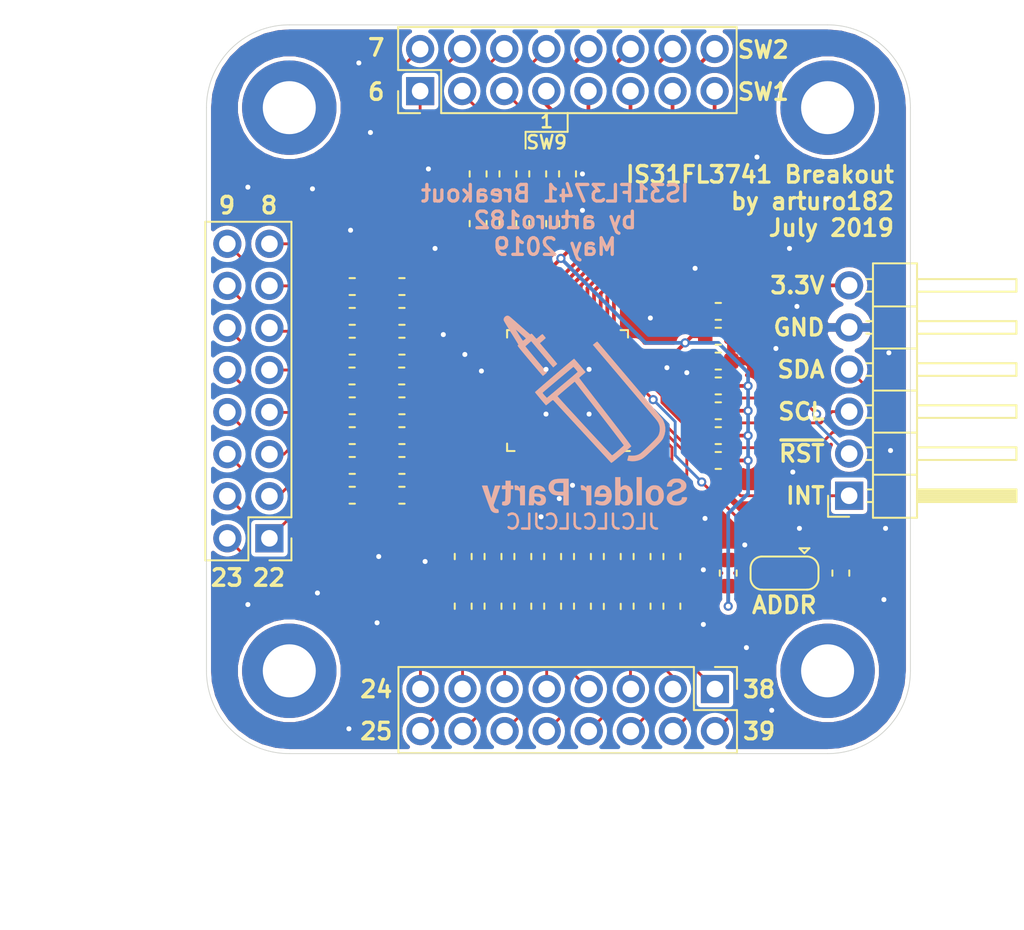
<source format=kicad_pcb>
(kicad_pcb (version 20171130) (host pcbnew "(5.1.2)-2")
  (layers (0 F.Cu signal) (31 B.Cu signal) (34 B.Paste user) (35 F.Paste user) (36 B.SilkS user) (37 F.SilkS user) (38 B.Mask user) (39 F.Mask user) (44 Edge.Cuts user))
  (net 0 "")
  (net 1 GND)
  (net 2 +3V3)
  (net 3 /SDA)
  (net 4 /SCL)
  (net 5 /~SHDW~)
  (net 6 /INTB)
  (net 7 "Net-(JP1-Pad1)")
  (net 8 /ADDR)
  (net 9 "Net-(JP1-Pad3)")
  (net 10 /R_EXT)
  (net 11 "Net-(R8-Pad2)")
  (net 12 /CS1)
  (net 13 "Net-(R9-Pad2)")
  (net 14 /CS2)
  (net 15 "Net-(R10-Pad2)")
  (net 16 /CS3)
  (net 17 "Net-(R11-Pad2)")
  (net 18 /CS4)
  (net 19 "Net-(R12-Pad2)")
  (net 20 /CS5)
  (net 21 "Net-(R13-Pad2)")
  (net 22 /CS6)
  (net 23 "Net-(R14-Pad2)")
  (net 24 /CS7)
  (net 25 "Net-(R15-Pad2)")
  (net 26 /CS8)
  (net 27 "Net-(R16-Pad2)")
  (net 28 /CS9)
  (net 29 "Net-(R17-Pad2)")
  (net 30 /CS10)
  (net 31 "Net-(R18-Pad2)")
  (net 32 /CS11)
  (net 33 "Net-(R19-Pad2)")
  (net 34 /CS12)
  (net 35 "Net-(R20-Pad2)")
  (net 36 /CS13)
  (net 37 "Net-(R21-Pad2)")
  (net 38 /CS14)
  (net 39 "Net-(R22-Pad2)")
  (net 40 /CS15)
  (net 41 "Net-(R23-Pad2)")
  (net 42 /CS16)
  (net 43 "Net-(R24-Pad2)")
  (net 44 /CS17)
  (net 45 "Net-(R25-Pad2)")
  (net 46 /CS18)
  (net 47 "Net-(R26-Pad2)")
  (net 48 /CS19)
  (net 49 "Net-(R27-Pad2)")
  (net 50 /CS20)
  (net 51 "Net-(R28-Pad2)")
  (net 52 /CS21)
  (net 53 "Net-(R29-Pad2)")
  (net 54 /CS22)
  (net 55 "Net-(R30-Pad2)")
  (net 56 /CS23)
  (net 57 "Net-(R31-Pad2)")
  (net 58 /CS24)
  (net 59 "Net-(R32-Pad2)")
  (net 60 /CS25)
  (net 61 "Net-(R33-Pad2)")
  (net 62 /CS26)
  (net 63 "Net-(R34-Pad2)")
  (net 64 /CS27)
  (net 65 "Net-(R35-Pad2)")
  (net 66 /CS28)
  (net 67 "Net-(R36-Pad2)")
  (net 68 /CS29)
  (net 69 "Net-(R37-Pad2)")
  (net 70 /CS30)
  (net 71 "Net-(R38-Pad2)")
  (net 72 /CS31)
  (net 73 "Net-(R39-Pad2)")
  (net 74 /CS32)
  (net 75 "Net-(R40-Pad2)")
  (net 76 /CS33)
  (net 77 "Net-(R41-Pad2)")
  (net 78 /CS34)
  (net 79 "Net-(R42-Pad2)")
  (net 80 /CS35)
  (net 81 "Net-(R43-Pad2)")
  (net 82 /CS36)
  (net 83 "Net-(R44-Pad2)")
  (net 84 /CS37)
  (net 85 "Net-(R45-Pad2)")
  (net 86 /CS38)
  (net 87 "Net-(R46-Pad2)")
  (net 88 /CS39)
  (net 89 /SW9)
  (net 90 /SW8)
  (net 91 /SW7)
  (net 92 /SW6)
  (net 93 /SW5)
  (net 94 /SW4)
  (net 95 /SW3)
  (net 96 /SW2)
  (net 97 /SW1)
  (module Package_DFN_QFN_Extra:QFN-60_EP_7x7_Pitch0.4mm (layer F.Cu) (at 170.3 68.58 180)
    (fp_text reference U1 hide)
    (fp_text value IS31FL3741)
    (pad 61 smd rect (at 1.96875 1.96875 180) (size 1.3125 1.3125) (layers F.Cu F.Paste F.Mask) (net 1 GND))
    (pad 61 smd rect (at 1.96875 0.65625 180) (size 1.3125 1.3125) (layers F.Cu F.Paste F.Mask) (net 1 GND))
    (pad 61 smd rect (at 1.96875 -0.65625 180) (size 1.3125 1.3125) (layers F.Cu F.Paste F.Mask) (net 1 GND))
    (pad 61 smd rect (at 1.96875 -1.96875 180) (size 1.3125 1.3125) (layers F.Cu F.Paste F.Mask) (net 1 GND))
    (pad 61 smd rect (at 0.65625 1.96875 180) (size 1.3125 1.3125) (layers F.Cu F.Paste F.Mask) (net 1 GND))
    (pad 61 smd rect (at 0.65625 0.65625 180) (size 1.3125 1.3125) (layers F.Cu F.Paste F.Mask) (net 1 GND))
    (pad 61 smd rect (at 0.65625 -0.65625 180) (size 1.3125 1.3125) (layers F.Cu F.Paste F.Mask) (net 1 GND))
    (pad 61 smd rect (at 0.65625 -1.96875 180) (size 1.3125 1.3125) (layers F.Cu F.Paste F.Mask) (net 1 GND))
    (pad 61 smd rect (at -0.65625 1.96875 180) (size 1.3125 1.3125) (layers F.Cu F.Paste F.Mask) (net 1 GND))
    (pad 61 smd rect (at -0.65625 0.65625 180) (size 1.3125 1.3125) (layers F.Cu F.Paste F.Mask) (net 1 GND))
    (pad 61 smd rect (at -0.65625 -0.65625 180) (size 1.3125 1.3125) (layers F.Cu F.Paste F.Mask) (net 1 GND))
    (pad 61 smd rect (at -0.65625 -1.96875 180) (size 1.3125 1.3125) (layers F.Cu F.Paste F.Mask) (net 1 GND))
    (pad 61 smd rect (at -1.96875 1.96875 180) (size 1.3125 1.3125) (layers F.Cu F.Paste F.Mask) (net 1 GND))
    (pad 61 smd rect (at -1.96875 0.65625 180) (size 1.3125 1.3125) (layers F.Cu F.Paste F.Mask) (net 1 GND))
    (pad 61 smd rect (at -1.96875 -0.65625 180) (size 1.3125 1.3125) (layers F.Cu F.Paste F.Mask) (net 1 GND))
    (pad 61 smd rect (at -1.96875 -1.96875 180) (size 1.3125 1.3125) (layers F.Cu F.Paste F.Mask) (net 1 GND))
    (pad 60 smd oval (at -2.8 -3.4 180) (size 0.2 0.85) (layers F.Cu F.Paste F.Mask) (net 75 "Net-(R40-Pad2)"))
    (pad 59 smd oval (at -2.4 -3.4375 180) (size 0.2 0.85) (layers F.Cu F.Paste F.Mask) (net 73 "Net-(R39-Pad2)"))
    (pad 58 smd oval (at -2 -3.4375 180) (size 0.2 0.85) (layers F.Cu F.Paste F.Mask) (net 71 "Net-(R38-Pad2)"))
    (pad 57 smd oval (at -1.6 -3.4375 180) (size 0.2 0.85) (layers F.Cu F.Paste F.Mask) (net 69 "Net-(R37-Pad2)"))
    (pad 56 smd oval (at -1.2 -3.4375 180) (size 0.2 0.85) (layers F.Cu F.Paste F.Mask) (net 67 "Net-(R36-Pad2)"))
    (pad 55 smd oval (at -0.8 -3.4375 180) (size 0.2 0.85) (layers F.Cu F.Paste F.Mask) (net 1 GND))
    (pad 54 smd oval (at -0.4 -3.4375 180) (size 0.2 0.85) (layers F.Cu F.Paste F.Mask) (net 65 "Net-(R35-Pad2)"))
    (pad 53 smd oval (at 0 -3.4375 180) (size 0.2 0.85) (layers F.Cu F.Paste F.Mask) (net 63 "Net-(R34-Pad2)"))
    (pad 52 smd oval (at 0.4 -3.4375 180) (size 0.2 0.85) (layers F.Cu F.Paste F.Mask) (net 61 "Net-(R33-Pad2)"))
    (pad 51 smd oval (at 0.8 -3.4375 180) (size 0.2 0.85) (layers F.Cu F.Paste F.Mask) (net 59 "Net-(R32-Pad2)"))
    (pad 50 smd oval (at 1.2 -3.4375 180) (size 0.2 0.85) (layers F.Cu F.Paste F.Mask) (net 57 "Net-(R31-Pad2)"))
    (pad 49 smd oval (at 1.6 -3.4375 180) (size 0.2 0.85) (layers F.Cu F.Paste F.Mask) (net 55 "Net-(R30-Pad2)"))
    (pad 48 smd oval (at 2 -3.4375 180) (size 0.2 0.85) (layers F.Cu F.Paste F.Mask) (net 53 "Net-(R29-Pad2)"))
    (pad 47 smd oval (at 2.4 -3.4375 180) (size 0.2 0.85) (layers F.Cu F.Paste F.Mask) (net 51 "Net-(R28-Pad2)"))
    (pad 46 smd oval (at 2.8 -3.4375 180) (size 0.2 0.85) (layers F.Cu F.Paste F.Mask) (net 49 "Net-(R27-Pad2)"))
    (pad 45 smd oval (at 3.4375 -2.8 270) (size 0.2 0.85) (layers F.Cu F.Paste F.Mask) (net 47 "Net-(R26-Pad2)"))
    (pad 44 smd oval (at 3.4375 -2.4 270) (size 0.2 0.85) (layers F.Cu F.Paste F.Mask) (net 45 "Net-(R25-Pad2)"))
    (pad 43 smd oval (at 3.4375 -2 270) (size 0.2 0.85) (layers F.Cu F.Paste F.Mask) (net 43 "Net-(R24-Pad2)"))
    (pad 42 smd oval (at 3.4375 -1.6 270) (size 0.2 0.85) (layers F.Cu F.Paste F.Mask) (net 41 "Net-(R23-Pad2)"))
    (pad 41 smd oval (at 3.4375 -1.2 270) (size 0.2 0.85) (layers F.Cu F.Paste F.Mask) (net 39 "Net-(R22-Pad2)"))
    (pad 40 smd oval (at 3.4375 -0.8 270) (size 0.2 0.85) (layers F.Cu F.Paste F.Mask) (net 37 "Net-(R21-Pad2)"))
    (pad 39 smd oval (at 3.4375 -0.4 270) (size 0.2 0.85) (layers F.Cu F.Paste F.Mask) (net 35 "Net-(R20-Pad2)"))
    (pad 38 smd oval (at 3.4375 0 270) (size 0.2 0.85) (layers F.Cu F.Paste F.Mask) (net 33 "Net-(R19-Pad2)"))
    (pad 37 smd oval (at 3.4375 0.4 270) (size 0.2 0.85) (layers F.Cu F.Paste F.Mask) (net 31 "Net-(R18-Pad2)"))
    (pad 36 smd oval (at 3.4375 0.8 270) (size 0.2 0.85) (layers F.Cu F.Paste F.Mask) (net 1 GND))
    (pad 35 smd oval (at 3.4375 1.2 270) (size 0.2 0.85) (layers F.Cu F.Paste F.Mask) (net 29 "Net-(R17-Pad2)"))
    (pad 34 smd oval (at 3.4375 1.6 270) (size 0.2 0.85) (layers F.Cu F.Paste F.Mask) (net 27 "Net-(R16-Pad2)"))
    (pad 33 smd oval (at 3.4375 2 270) (size 0.2 0.85) (layers F.Cu F.Paste F.Mask) (net 25 "Net-(R15-Pad2)"))
    (pad 32 smd oval (at 3.4375 2.4 270) (size 0.2 0.85) (layers F.Cu F.Paste F.Mask) (net 23 "Net-(R14-Pad2)"))
    (pad 31 smd oval (at 3.4375 2.8 270) (size 0.2 0.85) (layers F.Cu F.Paste F.Mask) (net 21 "Net-(R13-Pad2)"))
    (pad 30 smd oval (at 2.8 3.4375 180) (size 0.2 0.85) (layers F.Cu F.Paste F.Mask) (net 19 "Net-(R12-Pad2)"))
    (pad 29 smd oval (at 2.4 3.4375 180) (size 0.2 0.85) (layers F.Cu F.Paste F.Mask) (net 17 "Net-(R11-Pad2)"))
    (pad 28 smd oval (at 2 3.4375 180) (size 0.2 0.85) (layers F.Cu F.Paste F.Mask) (net 15 "Net-(R10-Pad2)"))
    (pad 27 smd oval (at 1.6 3.4375 180) (size 0.2 0.85) (layers F.Cu F.Paste F.Mask) (net 13 "Net-(R9-Pad2)"))
    (pad 26 smd oval (at 1.2 3.4375 180) (size 0.2 0.85) (layers F.Cu F.Paste F.Mask) (net 11 "Net-(R8-Pad2)"))
    (pad 25 smd oval (at 0.8 3.4375 180) (size 0.2 0.85) (layers F.Cu F.Paste F.Mask) (net 2 +3V3))
    (pad 24 smd oval (at 0.4 3.4375 180) (size 0.2 0.85) (layers F.Cu F.Paste F.Mask) (net 89 /SW9))
    (pad 23 smd oval (at 0 3.4375 180) (size 0.2 0.85) (layers F.Cu F.Paste F.Mask) (net 90 /SW8))
    (pad 22 smd oval (at -0.4 3.4375 180) (size 0.2 0.85) (layers F.Cu F.Paste F.Mask) (net 91 /SW7))
    (pad 21 smd oval (at -0.8 3.4375 180) (size 0.2 0.85) (layers F.Cu F.Paste F.Mask) (net 92 /SW6))
    (pad 20 smd oval (at -1.2 3.4375 180) (size 0.2 0.85) (layers F.Cu F.Paste F.Mask) (net 93 /SW5))
    (pad 19 smd oval (at -1.6 3.4375 180) (size 0.2 0.85) (layers F.Cu F.Paste F.Mask) (net 94 /SW4))
    (pad 18 smd oval (at -2 3.4375 180) (size 0.2 0.85) (layers F.Cu F.Paste F.Mask) (net 95 /SW3))
    (pad 17 smd oval (at -2.4 3.4375 180) (size 0.2 0.85) (layers F.Cu F.Paste F.Mask) (net 96 /SW2))
    (pad 16 smd oval (at -2.8 3.4375 180) (size 0.2 0.85) (layers F.Cu F.Paste F.Mask) (net 97 /SW1))
    (pad 15 smd oval (at -3.4375 2.8 270) (size 0.2 0.85) (layers F.Cu F.Paste F.Mask) (net 2 +3V3))
    (pad 14 smd oval (at -3.4375 2.4 270) (size 0.2 0.85) (layers F.Cu F.Paste F.Mask) (net 2 +3V3))
    (pad 13 smd oval (at -3.4375 2 270) (size 0.2 0.85) (layers F.Cu F.Paste F.Mask) (net 10 /R_EXT))
    (pad 12 smd oval (at -3.4375 1.6 270) (size 0.2 0.85) (layers F.Cu F.Paste F.Mask) (net 1 GND))
    (pad 11 smd oval (at -3.4375 1.2 270) (size 0.2 0.85) (layers F.Cu F.Paste F.Mask) (net 5 /~SHDW~))
    (pad 10 smd oval (at -3.4375 0.8 270) (size 0.2 0.85) (layers F.Cu F.Paste F.Mask) (net 4 /SCL))
    (pad 9 smd oval (at -3.4375 0.4 270) (size 0.2 0.85) (layers F.Cu F.Paste F.Mask) (net 3 /SDA))
    (pad 8 smd oval (at -3.4375 0 270) (size 0.2 0.85) (layers F.Cu F.Paste F.Mask) (net 8 /ADDR))
    (pad 7 smd oval (at -3.4375 -0.4 270) (size 0.2 0.85) (layers F.Cu F.Paste F.Mask) (net 6 /INTB))
    (pad 6 smd oval (at -3.4375 -0.8 270) (size 0.2 0.85) (layers F.Cu F.Paste F.Mask) (net 87 "Net-(R46-Pad2)"))
    (pad 5 smd oval (at -3.4375 -1.2 270) (size 0.2 0.85) (layers F.Cu F.Paste F.Mask) (net 85 "Net-(R45-Pad2)"))
    (pad 4 smd oval (at -3.4375 -1.6 270) (size 0.2 0.85) (layers F.Cu F.Paste F.Mask) (net 83 "Net-(R44-Pad2)"))
    (pad 3 smd oval (at -3.4375 -2 270) (size 0.2 0.85) (layers F.Cu F.Paste F.Mask) (net 81 "Net-(R43-Pad2)"))
    (pad 2 smd oval (at -3.4375 -2.4 270) (size 0.2 0.85) (layers F.Cu F.Paste F.Mask) (net 79 "Net-(R42-Pad2)"))
    (pad 1 smd oval (at -3.4 -2.8 270) (size 0.2 0.85) (layers F.Cu F.Paste F.Mask) (net 77 "Net-(R41-Pad2)"))
  )
  (module Symbols_Extra:SolderParty-Logo_14.6x13.5mm_SilkScreen (layer B.Cu) (at 171.323 69.977 180)
    (fp_text reference G*** hide)
    (fp_text value LOGO hide)
  )
  (module MountingHole:MountingHole_3.2mm_M3_ISO7380_Pad (layer F.Cu) (at 186 85.5)
    (fp_text reference REF** hide)
    (fp_text value MountingHole_3.2mm_M3_ISO7380_Pad)
    (pad 1 thru_hole circle (at 0 0) (size 5.7 5.7) (drill 3.2) (layers *.Cu *.Mask))
  )
  (module MountingHole:MountingHole_3.2mm_M3_ISO7380_Pad (layer F.Cu) (at 153.5 85.5)
    (fp_text reference REF** hide)
    (fp_text value MountingHole_3.2mm_M3_ISO7380_Pad)
    (pad 1 thru_hole circle (at 0 0) (size 5.7 5.7) (drill 3.2) (layers *.Cu *.Mask))
  )
  (module MountingHole:MountingHole_3.2mm_M3_ISO7380_Pad (layer F.Cu) (at 186 51.5)
    (fp_text reference REF** hide)
    (fp_text value MountingHole_3.2mm_M3_ISO7380_Pad)
    (pad 1 thru_hole circle (at 0 0) (size 5.7 5.7) (drill 3.2) (layers *.Cu *.Mask))
  )
  (module MountingHole:MountingHole_3.2mm_M3_ISO7380_Pad (layer F.Cu) (at 153.5 51.5)
    (fp_text reference REF** hide)
    (fp_text value MountingHole_3.2mm_M3_ISO7380_Pad)
    (pad 1 thru_hole circle (at 0 0) (size 5.7 5.7) (drill 3.2) (layers *.Cu *.Mask))
  )
  (module Resistor_SMD:R_0603_1608Metric (layer F.Cu) (at 176.6 78.6 90)
    (fp_text reference R45 hide)
    (fp_text value 20R)
    (pad 1 smd roundrect (at -0.7875 0 90) (size 0.875 0.95) (layers F.Cu F.Paste F.Mask) (net 86 /CS38))
    (pad 2 smd roundrect (at 0.7875 0 90) (size 0.875 0.95) (layers F.Cu F.Paste F.Mask) (net 85 "Net-(R45-Pad2)"))
  )
  (module Resistor_SMD:R_0603_1608Metric (layer F.Cu) (at 169.4 78.6 90)
    (fp_text reference R37 hide)
    (fp_text value 20R)
    (pad 2 smd roundrect (at 0.7875 0 90) (size 0.875 0.95) (layers F.Cu F.Paste F.Mask) (net 69 "Net-(R37-Pad2)"))
    (pad 1 smd roundrect (at -0.7875 0 90) (size 0.875 0.95) (layers F.Cu F.Paste F.Mask) (net 70 /CS30))
  )
  (module Resistor_SMD:R_0603_1608Metric (layer F.Cu) (at 174.8 78.6 90)
    (fp_text reference R43 hide)
    (fp_text value 20R)
    (pad 1 smd roundrect (at -0.7875 0 90) (size 0.875 0.95) (layers F.Cu F.Paste F.Mask) (net 82 /CS36))
    (pad 2 smd roundrect (at 0.7875 0 90) (size 0.875 0.95) (layers F.Cu F.Paste F.Mask) (net 81 "Net-(R43-Pad2)"))
  )
  (module Resistor_SMD:R_0603_1608Metric (layer F.Cu) (at 167.6 78.6 90)
    (fp_text reference R35 hide)
    (fp_text value 20R)
    (pad 2 smd roundrect (at 0.7875 0 90) (size 0.875 0.95) (layers F.Cu F.Paste F.Mask) (net 65 "Net-(R35-Pad2)"))
    (pad 1 smd roundrect (at -0.7875 0 90) (size 0.875 0.95) (layers F.Cu F.Paste F.Mask) (net 66 /CS28))
  )
  (module Resistor_SMD:R_0603_1608Metric (layer F.Cu) (at 171.2 78.6 90)
    (fp_text reference R39 hide)
    (fp_text value 20R)
    (pad 2 smd roundrect (at 0.7875 0 90) (size 0.875 0.95) (layers F.Cu F.Paste F.Mask) (net 73 "Net-(R39-Pad2)"))
    (pad 1 smd roundrect (at -0.7875 0 90) (size 0.875 0.95) (layers F.Cu F.Paste F.Mask) (net 74 /CS32))
  )
  (module Resistor_SMD:R_0603_1608Metric (layer F.Cu) (at 173 78.6 90)
    (fp_text reference R41 hide)
    (fp_text value 20R)
    (pad 1 smd roundrect (at -0.7875 0 90) (size 0.875 0.95) (layers F.Cu F.Paste F.Mask) (net 78 /CS34))
    (pad 2 smd roundrect (at 0.7875 0 90) (size 0.875 0.95) (layers F.Cu F.Paste F.Mask) (net 77 "Net-(R41-Pad2)"))
  )
  (module Connector_PinHeader_2.54mm:PinHeader_2x08_P2.54mm_Vertical (layer F.Cu) (at 179.2 86.6 270)
    (fp_text reference J4 hide)
    (fp_text value Conn_02x08_Odd_Even)
    (pad 16 thru_hole oval (at 2.54 17.78 270) (size 1.7 1.7) (drill 1) (layers *.Cu *.Mask) (net 60 /CS25))
    (pad 15 thru_hole oval (at 0 17.78 270) (size 1.7 1.7) (drill 1) (layers *.Cu *.Mask) (net 58 /CS24))
    (pad 14 thru_hole oval (at 2.54 15.24 270) (size 1.7 1.7) (drill 1) (layers *.Cu *.Mask) (net 64 /CS27))
    (pad 13 thru_hole oval (at 0 15.24 270) (size 1.7 1.7) (drill 1) (layers *.Cu *.Mask) (net 62 /CS26))
    (pad 12 thru_hole oval (at 2.54 12.7 270) (size 1.7 1.7) (drill 1) (layers *.Cu *.Mask) (net 68 /CS29))
    (pad 11 thru_hole oval (at 0 12.7 270) (size 1.7 1.7) (drill 1) (layers *.Cu *.Mask) (net 66 /CS28))
    (pad 10 thru_hole oval (at 2.54 10.16 270) (size 1.7 1.7) (drill 1) (layers *.Cu *.Mask) (net 72 /CS31))
    (pad 9 thru_hole oval (at 0 10.16 270) (size 1.7 1.7) (drill 1) (layers *.Cu *.Mask) (net 70 /CS30))
    (pad 8 thru_hole oval (at 2.54 7.62 270) (size 1.7 1.7) (drill 1) (layers *.Cu *.Mask) (net 76 /CS33))
    (pad 7 thru_hole oval (at 0 7.62 270) (size 1.7 1.7) (drill 1) (layers *.Cu *.Mask) (net 74 /CS32))
    (pad 6 thru_hole oval (at 2.54 5.08 270) (size 1.7 1.7) (drill 1) (layers *.Cu *.Mask) (net 80 /CS35))
    (pad 5 thru_hole oval (at 0 5.08 270) (size 1.7 1.7) (drill 1) (layers *.Cu *.Mask) (net 78 /CS34))
    (pad 4 thru_hole oval (at 2.54 2.54 270) (size 1.7 1.7) (drill 1) (layers *.Cu *.Mask) (net 84 /CS37))
    (pad 3 thru_hole oval (at 0 2.54 270) (size 1.7 1.7) (drill 1) (layers *.Cu *.Mask) (net 82 /CS36))
    (pad 2 thru_hole oval (at 2.54 0 270) (size 1.7 1.7) (drill 1) (layers *.Cu *.Mask) (net 88 /CS39))
    (pad 1 thru_hole rect (at 0 0 270) (size 1.7 1.7) (drill 1) (layers *.Cu *.Mask) (net 86 /CS38))
  )
  (module Connector_PinHeader_2.54mm:PinHeader_2x08_P2.54mm_Vertical (layer F.Cu) (at 152.3 77.5 180)
    (fp_text reference J3 hide)
    (fp_text value Conn_02x08_Odd_Even)
    (pad 16 thru_hole oval (at 2.54 17.78 180) (size 1.7 1.7) (drill 1) (layers *.Cu *.Mask) (net 28 /CS9))
    (pad 15 thru_hole oval (at 0 17.78 180) (size 1.7 1.7) (drill 1) (layers *.Cu *.Mask) (net 26 /CS8))
    (pad 14 thru_hole oval (at 2.54 15.24 180) (size 1.7 1.7) (drill 1) (layers *.Cu *.Mask) (net 32 /CS11))
    (pad 13 thru_hole oval (at 0 15.24 180) (size 1.7 1.7) (drill 1) (layers *.Cu *.Mask) (net 30 /CS10))
    (pad 12 thru_hole oval (at 2.54 12.7 180) (size 1.7 1.7) (drill 1) (layers *.Cu *.Mask) (net 36 /CS13))
    (pad 11 thru_hole oval (at 0 12.7 180) (size 1.7 1.7) (drill 1) (layers *.Cu *.Mask) (net 34 /CS12))
    (pad 10 thru_hole oval (at 2.54 10.16 180) (size 1.7 1.7) (drill 1) (layers *.Cu *.Mask) (net 40 /CS15))
    (pad 9 thru_hole oval (at 0 10.16 180) (size 1.7 1.7) (drill 1) (layers *.Cu *.Mask) (net 38 /CS14))
    (pad 8 thru_hole oval (at 2.54 7.62 180) (size 1.7 1.7) (drill 1) (layers *.Cu *.Mask) (net 44 /CS17))
    (pad 7 thru_hole oval (at 0 7.62 180) (size 1.7 1.7) (drill 1) (layers *.Cu *.Mask) (net 42 /CS16))
    (pad 6 thru_hole oval (at 2.54 5.08 180) (size 1.7 1.7) (drill 1) (layers *.Cu *.Mask) (net 48 /CS19))
    (pad 5 thru_hole oval (at 0 5.08 180) (size 1.7 1.7) (drill 1) (layers *.Cu *.Mask) (net 46 /CS18))
    (pad 4 thru_hole oval (at 2.54 2.54 180) (size 1.7 1.7) (drill 1) (layers *.Cu *.Mask) (net 52 /CS21))
    (pad 3 thru_hole oval (at 0 2.54 180) (size 1.7 1.7) (drill 1) (layers *.Cu *.Mask) (net 50 /CS20))
    (pad 2 thru_hole oval (at 2.54 0 180) (size 1.7 1.7) (drill 1) (layers *.Cu *.Mask) (net 56 /CS23))
    (pad 1 thru_hole rect (at 0 0 180) (size 1.7 1.7) (drill 1) (layers *.Cu *.Mask) (net 54 /CS22))
  )
  (module Connector_PinHeader_2.54mm:PinHeader_2x08_P2.54mm_Vertical (layer F.Cu) (at 161.4 50.5 90)
    (fp_text reference J2 hide)
    (fp_text value Conn_02x08_Odd_Even)
    (pad 16 thru_hole oval (at 2.54 17.78 90) (size 1.7 1.7) (drill 1) (layers *.Cu *.Mask) (net 96 /SW2))
    (pad 15 thru_hole oval (at 0 17.78 90) (size 1.7 1.7) (drill 1) (layers *.Cu *.Mask) (net 97 /SW1))
    (pad 14 thru_hole oval (at 2.54 15.24 90) (size 1.7 1.7) (drill 1) (layers *.Cu *.Mask) (net 94 /SW4))
    (pad 13 thru_hole oval (at 0 15.24 90) (size 1.7 1.7) (drill 1) (layers *.Cu *.Mask) (net 95 /SW3))
    (pad 12 thru_hole oval (at 2.54 12.7 90) (size 1.7 1.7) (drill 1) (layers *.Cu *.Mask) (net 92 /SW6))
    (pad 11 thru_hole oval (at 0 12.7 90) (size 1.7 1.7) (drill 1) (layers *.Cu *.Mask) (net 93 /SW5))
    (pad 10 thru_hole oval (at 2.54 10.16 90) (size 1.7 1.7) (drill 1) (layers *.Cu *.Mask) (net 90 /SW8))
    (pad 9 thru_hole oval (at 0 10.16 90) (size 1.7 1.7) (drill 1) (layers *.Cu *.Mask) (net 91 /SW7))
    (pad 8 thru_hole oval (at 2.54 7.62 90) (size 1.7 1.7) (drill 1) (layers *.Cu *.Mask) (net 12 /CS1))
    (pad 7 thru_hole oval (at 0 7.62 90) (size 1.7 1.7) (drill 1) (layers *.Cu *.Mask) (net 89 /SW9))
    (pad 6 thru_hole oval (at 2.54 5.08 90) (size 1.7 1.7) (drill 1) (layers *.Cu *.Mask) (net 16 /CS3))
    (pad 5 thru_hole oval (at 0 5.08 90) (size 1.7 1.7) (drill 1) (layers *.Cu *.Mask) (net 14 /CS2))
    (pad 4 thru_hole oval (at 2.54 2.54 90) (size 1.7 1.7) (drill 1) (layers *.Cu *.Mask) (net 20 /CS5))
    (pad 3 thru_hole oval (at 0 2.54 90) (size 1.7 1.7) (drill 1) (layers *.Cu *.Mask) (net 18 /CS4))
    (pad 2 thru_hole oval (at 2.54 0 90) (size 1.7 1.7) (drill 1) (layers *.Cu *.Mask) (net 24 /CS7))
    (pad 1 thru_hole rect (at 0 0 90) (size 1.7 1.7) (drill 1) (layers *.Cu *.Mask) (net 22 /CS6))
  )
  (module Resistor_SMD:R_0603_1608Metric (layer F.Cu) (at 176.6 81.6 90)
    (fp_text reference R46 hide)
    (fp_text value 20R)
    (pad 1 smd roundrect (at -0.7875 0 90) (size 0.875 0.95) (layers F.Cu F.Paste F.Mask) (net 88 /CS39))
    (pad 2 smd roundrect (at 0.7875 0 90) (size 0.875 0.95) (layers F.Cu F.Paste F.Mask) (net 87 "Net-(R46-Pad2)"))
  )
  (module Resistor_SMD:R_0603_1608Metric (layer F.Cu) (at 174.8 81.6 90)
    (fp_text reference R44 hide)
    (fp_text value 20R)
    (pad 1 smd roundrect (at -0.7875 0 90) (size 0.875 0.95) (layers F.Cu F.Paste F.Mask) (net 84 /CS37))
    (pad 2 smd roundrect (at 0.7875 0 90) (size 0.875 0.95) (layers F.Cu F.Paste F.Mask) (net 83 "Net-(R44-Pad2)"))
  )
  (module Resistor_SMD:R_0603_1608Metric (layer F.Cu) (at 173 81.6125 90)
    (fp_text reference R42 hide)
    (fp_text value 20R)
    (pad 1 smd roundrect (at -0.7875 0 90) (size 0.875 0.95) (layers F.Cu F.Paste F.Mask) (net 80 /CS35))
    (pad 2 smd roundrect (at 0.7875 0 90) (size 0.875 0.95) (layers F.Cu F.Paste F.Mask) (net 79 "Net-(R42-Pad2)"))
  )
  (module Resistor_SMD:R_0603_1608Metric (layer F.Cu) (at 171.2 81.6 90)
    (fp_text reference R40 hide)
    (fp_text value 20R)
    (pad 2 smd roundrect (at 0.7875 0 90) (size 0.875 0.95) (layers F.Cu F.Paste F.Mask) (net 75 "Net-(R40-Pad2)"))
    (pad 1 smd roundrect (at -0.7875 0 90) (size 0.875 0.95) (layers F.Cu F.Paste F.Mask) (net 76 /CS33))
  )
  (module Resistor_SMD:R_0603_1608Metric (layer F.Cu) (at 169.4 81.6 90)
    (fp_text reference R38 hide)
    (fp_text value 20R)
    (pad 2 smd roundrect (at 0.7875 0 90) (size 0.875 0.95) (layers F.Cu F.Paste F.Mask) (net 71 "Net-(R38-Pad2)"))
    (pad 1 smd roundrect (at -0.7875 0 90) (size 0.875 0.95) (layers F.Cu F.Paste F.Mask) (net 72 /CS31))
  )
  (module Resistor_SMD:R_0603_1608Metric (layer F.Cu) (at 167.6 81.6 90)
    (fp_text reference R36 hide)
    (fp_text value 20R)
    (pad 2 smd roundrect (at 0.7875 0 90) (size 0.875 0.95) (layers F.Cu F.Paste F.Mask) (net 67 "Net-(R36-Pad2)"))
    (pad 1 smd roundrect (at -0.7875 0 90) (size 0.875 0.95) (layers F.Cu F.Paste F.Mask) (net 68 /CS29))
  )
  (module Resistor_SMD:R_0603_1608Metric (layer F.Cu) (at 165.8 81.6 90)
    (fp_text reference R34 hide)
    (fp_text value 20R)
    (pad 2 smd roundrect (at 0.7875 0 90) (size 0.875 0.95) (layers F.Cu F.Paste F.Mask) (net 63 "Net-(R34-Pad2)"))
    (pad 1 smd roundrect (at -0.7875 0 90) (size 0.875 0.95) (layers F.Cu F.Paste F.Mask) (net 64 /CS27))
  )
  (module Resistor_SMD:R_0603_1608Metric (layer F.Cu) (at 165.8 78.6 90)
    (fp_text reference R33 hide)
    (fp_text value 20R)
    (pad 2 smd roundrect (at 0.7875 0 90) (size 0.875 0.95) (layers F.Cu F.Paste F.Mask) (net 61 "Net-(R33-Pad2)"))
    (pad 1 smd roundrect (at -0.7875 0 90) (size 0.875 0.95) (layers F.Cu F.Paste F.Mask) (net 62 /CS26))
  )
  (module Resistor_SMD:R_0603_1608Metric (layer F.Cu) (at 164 81.6 90)
    (fp_text reference R32 hide)
    (fp_text value 20R)
    (pad 2 smd roundrect (at 0.7875 0 90) (size 0.875 0.95) (layers F.Cu F.Paste F.Mask) (net 59 "Net-(R32-Pad2)"))
    (pad 1 smd roundrect (at -0.7875 0 90) (size 0.875 0.95) (layers F.Cu F.Paste F.Mask) (net 60 /CS25))
  )
  (module Resistor_SMD:R_0603_1608Metric (layer F.Cu) (at 164 78.6 90)
    (fp_text reference R31 hide)
    (fp_text value 20R)
    (pad 2 smd roundrect (at 0.7875 0 90) (size 0.875 0.95) (layers F.Cu F.Paste F.Mask) (net 57 "Net-(R31-Pad2)"))
    (pad 1 smd roundrect (at -0.7875 0 90) (size 0.875 0.95) (layers F.Cu F.Paste F.Mask) (net 58 /CS24))
  )
  (module Resistor_SMD:R_0603_1608Metric (layer F.Cu) (at 157.3 74.9)
    (fp_text reference R30 hide)
    (fp_text value 20R)
    (pad 2 smd roundrect (at 0.7875 0) (size 0.875 0.95) (layers F.Cu F.Paste F.Mask) (net 55 "Net-(R30-Pad2)"))
    (pad 1 smd roundrect (at -0.7875 0) (size 0.875 0.95) (layers F.Cu F.Paste F.Mask) (net 56 /CS23))
  )
  (module Resistor_SMD:R_0603_1608Metric (layer F.Cu) (at 160.3 74.9)
    (fp_text reference R29 hide)
    (fp_text value 20R)
    (pad 2 smd roundrect (at 0.7875 0) (size 0.875 0.95) (layers F.Cu F.Paste F.Mask) (net 53 "Net-(R29-Pad2)"))
    (pad 1 smd roundrect (at -0.7875 0) (size 0.875 0.95) (layers F.Cu F.Paste F.Mask) (net 54 /CS22))
  )
  (module Resistor_SMD:R_0603_1608Metric (layer F.Cu) (at 157.3 73.1)
    (fp_text reference R28 hide)
    (fp_text value 20R)
    (pad 2 smd roundrect (at 0.7875 0) (size 0.875 0.95) (layers F.Cu F.Paste F.Mask) (net 51 "Net-(R28-Pad2)"))
    (pad 1 smd roundrect (at -0.7875 0) (size 0.875 0.95) (layers F.Cu F.Paste F.Mask) (net 52 /CS21))
  )
  (module Resistor_SMD:R_0603_1608Metric (layer F.Cu) (at 160.3 73.1)
    (fp_text reference R27 hide)
    (fp_text value 20R)
    (pad 2 smd roundrect (at 0.7875 0) (size 0.875 0.95) (layers F.Cu F.Paste F.Mask) (net 49 "Net-(R27-Pad2)"))
    (pad 1 smd roundrect (at -0.7875 0) (size 0.875 0.95) (layers F.Cu F.Paste F.Mask) (net 50 /CS20))
  )
  (module Resistor_SMD:R_0603_1608Metric (layer F.Cu) (at 157.3 71.3)
    (fp_text reference R26 hide)
    (fp_text value 20R)
    (pad 2 smd roundrect (at 0.7875 0) (size 0.875 0.95) (layers F.Cu F.Paste F.Mask) (net 47 "Net-(R26-Pad2)"))
    (pad 1 smd roundrect (at -0.7875 0) (size 0.875 0.95) (layers F.Cu F.Paste F.Mask) (net 48 /CS19))
  )
  (module Resistor_SMD:R_0603_1608Metric (layer F.Cu) (at 160.3 71.3)
    (fp_text reference R25 hide)
    (fp_text value 20R)
    (pad 2 smd roundrect (at 0.7875 0) (size 0.875 0.95) (layers F.Cu F.Paste F.Mask) (net 45 "Net-(R25-Pad2)"))
    (pad 1 smd roundrect (at -0.7875 0) (size 0.875 0.95) (layers F.Cu F.Paste F.Mask) (net 46 /CS18))
  )
  (module Resistor_SMD:R_0603_1608Metric (layer F.Cu) (at 157.3 69.5)
    (fp_text reference R24 hide)
    (fp_text value 20R)
    (pad 2 smd roundrect (at 0.7875 0) (size 0.875 0.95) (layers F.Cu F.Paste F.Mask) (net 43 "Net-(R24-Pad2)"))
    (pad 1 smd roundrect (at -0.7875 0) (size 0.875 0.95) (layers F.Cu F.Paste F.Mask) (net 44 /CS17))
  )
  (module Resistor_SMD:R_0603_1608Metric (layer F.Cu) (at 160.3 69.5)
    (fp_text reference R23 hide)
    (fp_text value 20R)
    (pad 2 smd roundrect (at 0.7875 0) (size 0.875 0.95) (layers F.Cu F.Paste F.Mask) (net 41 "Net-(R23-Pad2)"))
    (pad 1 smd roundrect (at -0.7875 0) (size 0.875 0.95) (layers F.Cu F.Paste F.Mask) (net 42 /CS16))
  )
  (module Resistor_SMD:R_0603_1608Metric (layer F.Cu) (at 157.2875 67.7)
    (fp_text reference R22 hide)
    (fp_text value 20R)
    (pad 2 smd roundrect (at 0.7875 0) (size 0.875 0.95) (layers F.Cu F.Paste F.Mask) (net 39 "Net-(R22-Pad2)"))
    (pad 1 smd roundrect (at -0.7875 0) (size 0.875 0.95) (layers F.Cu F.Paste F.Mask) (net 40 /CS15))
  )
  (module Resistor_SMD:R_0603_1608Metric (layer F.Cu) (at 160.2875 67.7)
    (fp_text reference R21 hide)
    (fp_text value 20R)
    (pad 2 smd roundrect (at 0.7875 0) (size 0.875 0.95) (layers F.Cu F.Paste F.Mask) (net 37 "Net-(R21-Pad2)"))
    (pad 1 smd roundrect (at -0.7875 0) (size 0.875 0.95) (layers F.Cu F.Paste F.Mask) (net 38 /CS14))
  )
  (module Resistor_SMD:R_0603_1608Metric (layer F.Cu) (at 157.3 65.9)
    (fp_text reference R20 hide)
    (fp_text value 20R)
    (pad 2 smd roundrect (at 0.7875 0) (size 0.875 0.95) (layers F.Cu F.Paste F.Mask) (net 35 "Net-(R20-Pad2)"))
    (pad 1 smd roundrect (at -0.7875 0) (size 0.875 0.95) (layers F.Cu F.Paste F.Mask) (net 36 /CS13))
  )
  (module Resistor_SMD:R_0603_1608Metric (layer F.Cu) (at 160.3 65.9)
    (fp_text reference R19 hide)
    (fp_text value 20R)
    (pad 2 smd roundrect (at 0.7875 0) (size 0.875 0.95) (layers F.Cu F.Paste F.Mask) (net 33 "Net-(R19-Pad2)"))
    (pad 1 smd roundrect (at -0.7875 0) (size 0.875 0.95) (layers F.Cu F.Paste F.Mask) (net 34 /CS12))
  )
  (module Resistor_SMD:R_0603_1608Metric (layer F.Cu) (at 157.3 64.1)
    (fp_text reference R18 hide)
    (fp_text value 20R)
    (pad 2 smd roundrect (at 0.7875 0) (size 0.875 0.95) (layers F.Cu F.Paste F.Mask) (net 31 "Net-(R18-Pad2)"))
    (pad 1 smd roundrect (at -0.7875 0) (size 0.875 0.95) (layers F.Cu F.Paste F.Mask) (net 32 /CS11))
  )
  (module Resistor_SMD:R_0603_1608Metric (layer F.Cu) (at 160.3 64.1)
    (fp_text reference R17 hide)
    (fp_text value 20R)
    (pad 2 smd roundrect (at 0.7875 0) (size 0.875 0.95) (layers F.Cu F.Paste F.Mask) (net 29 "Net-(R17-Pad2)"))
    (pad 1 smd roundrect (at -0.7875 0) (size 0.875 0.95) (layers F.Cu F.Paste F.Mask) (net 30 /CS10))
  )
  (module Resistor_SMD:R_0603_1608Metric (layer F.Cu) (at 157.3 62.3)
    (fp_text reference R16 hide)
    (fp_text value 20R)
    (pad 2 smd roundrect (at 0.7875 0) (size 0.875 0.95) (layers F.Cu F.Paste F.Mask) (net 27 "Net-(R16-Pad2)"))
    (pad 1 smd roundrect (at -0.7875 0) (size 0.875 0.95) (layers F.Cu F.Paste F.Mask) (net 28 /CS9))
  )
  (module Resistor_SMD:R_0603_1608Metric (layer F.Cu) (at 160.3 62.3)
    (fp_text reference R15 hide)
    (fp_text value 20R)
    (pad 2 smd roundrect (at 0.7875 0) (size 0.875 0.95) (layers F.Cu F.Paste F.Mask) (net 25 "Net-(R15-Pad2)"))
    (pad 1 smd roundrect (at -0.7875 0) (size 0.875 0.95) (layers F.Cu F.Paste F.Mask) (net 26 /CS8))
  )
  (module Resistor_SMD:R_0603_1608Metric (layer F.Cu) (at 164.9 55.5 270)
    (fp_text reference R14 hide)
    (fp_text value 20R)
    (pad 2 smd roundrect (at 0.7875 0 270) (size 0.875 0.95) (layers F.Cu F.Paste F.Mask) (net 23 "Net-(R14-Pad2)"))
    (pad 1 smd roundrect (at -0.7875 0 270) (size 0.875 0.95) (layers F.Cu F.Paste F.Mask) (net 24 /CS7))
  )
  (module Resistor_SMD:R_0603_1608Metric (layer F.Cu) (at 164.9 58.5 270)
    (fp_text reference R13 hide)
    (fp_text value 20R)
    (pad 2 smd roundrect (at 0.7875 0 270) (size 0.875 0.95) (layers F.Cu F.Paste F.Mask) (net 21 "Net-(R13-Pad2)"))
    (pad 1 smd roundrect (at -0.7875 0 270) (size 0.875 0.95) (layers F.Cu F.Paste F.Mask) (net 22 /CS6))
  )
  (module Resistor_SMD:R_0603_1608Metric (layer F.Cu) (at 166.7 55.5 270)
    (fp_text reference R12 hide)
    (fp_text value 20R)
    (pad 2 smd roundrect (at 0.7875 0 270) (size 0.875 0.95) (layers F.Cu F.Paste F.Mask) (net 19 "Net-(R12-Pad2)"))
    (pad 1 smd roundrect (at -0.7875 0 270) (size 0.875 0.95) (layers F.Cu F.Paste F.Mask) (net 20 /CS5))
  )
  (module Resistor_SMD:R_0603_1608Metric (layer F.Cu) (at 166.7 58.5 270)
    (fp_text reference R11 hide)
    (fp_text value 20R)
    (pad 2 smd roundrect (at 0.7875 0 270) (size 0.875 0.95) (layers F.Cu F.Paste F.Mask) (net 17 "Net-(R11-Pad2)"))
    (pad 1 smd roundrect (at -0.7875 0 270) (size 0.875 0.95) (layers F.Cu F.Paste F.Mask) (net 18 /CS4))
  )
  (module Resistor_SMD:R_0603_1608Metric (layer F.Cu) (at 168.5 55.5 270)
    (fp_text reference R10 hide)
    (fp_text value 20R)
    (pad 2 smd roundrect (at 0.7875 0 270) (size 0.875 0.95) (layers F.Cu F.Paste F.Mask) (net 15 "Net-(R10-Pad2)"))
    (pad 1 smd roundrect (at -0.7875 0 270) (size 0.875 0.95) (layers F.Cu F.Paste F.Mask) (net 16 /CS3))
  )
  (module Resistor_SMD:R_0603_1608Metric (layer F.Cu) (at 168.5 58.5 270)
    (fp_text reference R9 hide)
    (fp_text value 20R)
    (pad 2 smd roundrect (at 0.7875 0 270) (size 0.875 0.95) (layers F.Cu F.Paste F.Mask) (net 13 "Net-(R9-Pad2)"))
    (pad 1 smd roundrect (at -0.7875 0 270) (size 0.875 0.95) (layers F.Cu F.Paste F.Mask) (net 14 /CS2))
  )
  (module Resistor_SMD:R_0603_1608Metric (layer F.Cu) (at 170.3 55.5 270)
    (fp_text reference R8 hide)
    (fp_text value 20R)
    (pad 2 smd roundrect (at 0.7875 0 270) (size 0.875 0.95) (layers F.Cu F.Paste F.Mask) (net 11 "Net-(R8-Pad2)"))
    (pad 1 smd roundrect (at -0.7875 0 270) (size 0.875 0.95) (layers F.Cu F.Paste F.Mask) (net 12 /CS1))
  )
  (module Resistor_SMD:R_0603_1608Metric (layer F.Cu) (at 179.4 71.3)
    (fp_text reference R7 hide)
    (fp_text value 4.7K)
    (pad 1 smd roundrect (at -0.7875 0) (size 0.875 0.95) (layers F.Cu F.Paste F.Mask) (net 3 /SDA))
    (pad 2 smd roundrect (at 0.7875 0) (size 0.875 0.95) (layers F.Cu F.Paste F.Mask) (net 2 +3V3))
  )
  (module Resistor_SMD:R_0603_1608Metric (layer F.Cu) (at 179.4 69.8)
    (fp_text reference R6 hide)
    (fp_text value 4.7K)
    (pad 1 smd roundrect (at -0.7875 0) (size 0.875 0.95) (layers F.Cu F.Paste F.Mask) (net 4 /SCL))
    (pad 2 smd roundrect (at 0.7875 0) (size 0.875 0.95) (layers F.Cu F.Paste F.Mask) (net 2 +3V3))
  )
  (module Resistor_SMD:R_0603_1608Metric (layer F.Cu) (at 179.4 72.8)
    (fp_text reference R5 hide)
    (fp_text value 10K)
    (pad 1 smd roundrect (at -0.7875 0) (size 0.875 0.95) (layers F.Cu F.Paste F.Mask) (net 6 /INTB))
    (pad 2 smd roundrect (at 0.7875 0) (size 0.875 0.95) (layers F.Cu F.Paste F.Mask) (net 2 +3V3))
  )
  (module Resistor_SMD:R_0603_1608Metric (layer F.Cu) (at 179.4 66.8 180)
    (fp_text reference R4 hide)
    (fp_text value 10K)
    (pad 1 smd roundrect (at -0.7875 0 180) (size 0.875 0.95) (layers F.Cu F.Paste F.Mask) (net 1 GND))
    (pad 2 smd roundrect (at 0.7875 0 180) (size 0.875 0.95) (layers F.Cu F.Paste F.Mask) (net 10 /R_EXT))
  )
  (module Resistor_SMD:R_0603_1608Metric (layer F.Cu) (at 179.4 68.3)
    (fp_text reference R3 hide)
    (fp_text value 10K)
    (pad 1 smd roundrect (at -0.7875 0) (size 0.875 0.95) (layers F.Cu F.Paste F.Mask) (net 5 /~SHDW~))
    (pad 2 smd roundrect (at 0.7875 0) (size 0.875 0.95) (layers F.Cu F.Paste F.Mask) (net 2 +3V3))
  )
  (module Resistor_SMD:R_0603_1608Metric (layer F.Cu) (at 186.8 79.6 270)
    (fp_text reference R2 hide)
    (fp_text value 10K)
    (pad 2 smd roundrect (at 0.7875 0 270) (size 0.875 0.95) (layers F.Cu F.Paste F.Mask) (net 7 "Net-(JP1-Pad1)"))
    (pad 1 smd roundrect (at -0.7875 0 270) (size 0.875 0.95) (layers F.Cu F.Paste F.Mask) (net 1 GND))
  )
  (module Resistor_SMD:R_0603_1608Metric (layer F.Cu) (at 180 79.6 270)
    (fp_text reference R1 hide)
    (fp_text value 10K)
    (pad 2 smd roundrect (at 0.7875 0 270) (size 0.875 0.95) (layers F.Cu F.Paste F.Mask) (net 2 +3V3))
    (pad 1 smd roundrect (at -0.7875 0 270) (size 0.875 0.95) (layers F.Cu F.Paste F.Mask) (net 9 "Net-(JP1-Pad3)"))
  )
  (module Jumper:SolderJumper-3_P1.3mm_Bridged12_RoundedPad1.0x1.5mm (layer F.Cu) (at 183.4 79.6 180)
    (fp_text reference JP1 hide)
    (fp_text value JP_ADDR)
    (fp_poly (pts (xy -0.9 -0.3) (xy -0.4 -0.3) (xy -0.4 0.3) (xy -0.9 0.3)) (layer F.Cu) (width 0))
    (pad 1 smd custom (at -1.3 0 180) (size 1 0.5) (layers F.Cu F.Mask) (net 7 "Net-(JP1-Pad1)") (options (clearance outline) (anchor rect)) (primitives (gr_circle (center 0 0.25) (end 0.5 0.25) (width 0)) (gr_circle (center 0 -0.25) (end 0.5 -0.25) (width 0)) (gr_poly (pts (xy 0.55 -0.75) (xy 0 -0.75) (xy 0 0.75) (xy 0.55 0.75)) (width 0))))
    (pad 2 smd rect (at 0 0 180) (size 1 1.5) (layers F.Cu F.Mask) (net 8 /ADDR))
    (pad 3 smd custom (at 1.3 0 180) (size 1 0.5) (layers F.Cu F.Mask) (net 9 "Net-(JP1-Pad3)") (options (clearance outline) (anchor rect)) (primitives (gr_circle (center 0 0.25) (end 0.5 0.25) (width 0)) (gr_circle (center 0 -0.25) (end 0.5 -0.25) (width 0)) (gr_poly (pts (xy -0.55 -0.75) (xy 0 -0.75) (xy 0 0.75) (xy -0.55 0.75)) (width 0))))
  )
  (module Connector_PinHeader_2.54mm_Extra:PMODPinHeader_1x06_P2.54mm_Horizontal (layer F.Cu) (at 187.3 74.93 180)
    (fp_text reference J1 hide)
    (fp_text value CONN_PMOD)
    (pad 6 thru_hole oval (at 0 12.7 180) (size 1.7 1.7) (drill 1) (layers *.Cu *.Mask) (net 2 +3V3))
    (pad 5 thru_hole oval (at 0 10.16 180) (size 1.7 1.7) (drill 1) (layers *.Cu *.Mask) (net 1 GND))
    (pad 4 thru_hole oval (at 0 7.62 180) (size 1.7 1.7) (drill 1) (layers *.Cu *.Mask) (net 3 /SDA))
    (pad 3 thru_hole oval (at 0 5.08 180) (size 1.7 1.7) (drill 1) (layers *.Cu *.Mask) (net 4 /SCL))
    (pad 2 thru_hole oval (at 0 2.54 180) (size 1.7 1.7) (drill 1) (layers *.Cu *.Mask) (net 5 /~SHDW~))
    (pad 1 thru_hole rect (at 0 0 180) (size 1.7 1.7) (drill 1) (layers *.Cu *.Mask) (net 6 /INTB))
  )
  (module Capacitor_SMD:C_0603_1608Metric (layer F.Cu) (at 179.4 63.8)
    (fp_text reference C3 hide)
    (fp_text value 0.1uF)
    (pad 1 smd roundrect (at -0.7875 0) (size 0.875 0.95) (layers F.Cu F.Paste F.Mask) (net 2 +3V3))
    (pad 2 smd roundrect (at 0.7875 0) (size 0.875 0.95) (layers F.Cu F.Paste F.Mask) (net 1 GND))
  )
  (module Capacitor_SMD:C_0603_1608Metric (layer F.Cu) (at 170.3 58.5 90)
    (fp_text reference C2 hide)
    (fp_text value 0.1uF)
    (pad 2 smd roundrect (at 0.7875 0 90) (size 0.875 0.95) (layers F.Cu F.Paste F.Mask) (net 1 GND))
    (pad 1 smd roundrect (at -0.7875 0 90) (size 0.875 0.95) (layers F.Cu F.Paste F.Mask) (net 2 +3V3))
  )
  (module Capacitor_SMD:C_0603_1608Metric (layer F.Cu) (at 179.4 65.3)
    (fp_text reference C1 hide)
    (fp_text value 0.1uF)
    (pad 1 smd roundrect (at -0.7875 0) (size 0.875 0.95) (layers F.Cu F.Paste F.Mask) (net 2 +3V3))
    (pad 2 smd roundrect (at 0.7875 0) (size 0.875 0.95) (layers F.Cu F.Paste F.Mask) (net 1 GND))
  )
  (gr_text JLCJLCJLCJLC (at 171.2 76.5) (layer B.SilkS) (effects (font (size 0.9 0.9)) (justify mirror)))
  (gr_text "IS31FL3741 Breakout\nby arturo182\nMay 2019" (at 169.545 58.293) (layer B.SilkS) (effects (font (size 1 1) (thickness 0.2)) (justify mirror)))
  (gr_text ADDR (at 183.388 81.534) (layer F.SilkS) (effects (font (size 1 1) (thickness 0.2))))
  (gr_text "IS31FL3741 Breakout\nby arturo182\nJuly 2019" (at 190.119 57.15) (layer F.SilkS) (effects (font (size 1 1) (thickness 0.2)) (justify right)))
  (gr_text 38 (at 181.864 86.614) (layer F.SilkS) (effects (font (size 1 1) (thickness 0.2))))
  (gr_text 39 (at 181.864 89.154) (layer F.SilkS) (effects (font (size 1 1) (thickness 0.2))))
  (gr_text 25 (at 158.75 89.154) (layer F.SilkS) (effects (font (size 1 1) (thickness 0.2))))
  (gr_text 24 (at 158.75 86.614) (layer F.SilkS) (effects (font (size 1 1) (thickness 0.2))))
  (gr_text 1 (at 169.037 52.324) (layer F.SilkS) (effects (font (size 0.8 0.8))))
  (gr_text SW9 (at 169.037 53.594) (layer F.SilkS) (effects (font (size 0.8 0.8))))
  (gr_line (start 167.767 52.959) (end 167.767 53.975) (layer F.SilkS) (width 0.12))
  (gr_line (start 170.307 52.959) (end 167.767 52.959) (layer F.SilkS) (width 0.12))
  (gr_line (start 170.307 51.816) (end 170.307 52.959) (layer F.SilkS) (width 0.12))
  (gr_text SW2 (at 182.118 48.006) (layer F.SilkS) (effects (font (size 1 1) (thickness 0.2))))
  (gr_text SW1 (at 182.118 50.546) (layer F.SilkS) (effects (font (size 1 1) (thickness 0.2))))
  (gr_text 6 (at 158.75 50.546) (layer F.SilkS) (effects (font (size 1 1) (thickness 0.2))))
  (gr_text 7 (at 158.75 47.879) (layer F.SilkS) (effects (font (size 1 1) (thickness 0.2))))
  (gr_text 23 (at 149.733 79.883) (layer F.SilkS) (effects (font (size 1 1) (thickness 0.2))))
  (gr_text 22 (at 152.273 79.883) (layer F.SilkS) (effects (font (size 1 1) (thickness 0.2))))
  (gr_text 8 (at 152.273 57.404) (layer F.SilkS) (effects (font (size 1 1) (thickness 0.2))))
  (gr_text 9 (at 149.733 57.404) (layer F.SilkS) (effects (font (size 1 1) (thickness 0.2))))
  (gr_text INT (at 185.928 74.93) (layer F.SilkS) (effects (font (size 1 1) (thickness 0.2)) (justify right)))
  (gr_text ~RST~ (at 185.928 72.39) (layer F.SilkS) (effects (font (size 1 1) (thickness 0.2)) (justify right)))
  (gr_text SCL (at 185.928 69.85) (layer F.SilkS) (effects (font (size 1 1) (thickness 0.2)) (justify right)))
  (gr_text SDA (at 185.928 67.31) (layer F.SilkS) (effects (font (size 1 1) (thickness 0.2)) (justify right)))
  (gr_text GND (at 185.928 64.77) (layer F.SilkS) (effects (font (size 1 1) (thickness 0.2)) (justify right)))
  (gr_text 3.3V (at 185.928 62.23) (layer F.SilkS) (effects (font (size 1 1) (thickness 0.2)) (justify right)))
  (gr_arc (start 186 85.5) (end 186 90.5) (angle -90) (layer Edge.Cuts) (width 0.05))
  (gr_arc (start 153.5 85.5) (end 148.5 85.5) (angle -90) (layer Edge.Cuts) (width 0.05))
  (gr_arc (start 153.5 51.5) (end 153.5 46.5) (angle -90) (layer Edge.Cuts) (width 0.05))
  (gr_arc (start 186 51.5) (end 191 51.5) (angle -90) (layer Edge.Cuts) (width 0.05))
  (gr_line (start 148.5 85.5) (end 148.5 51.5) (layer Edge.Cuts) (width 0.05))
  (gr_line (start 186 90.5) (end 153.5 90.5) (layer Edge.Cuts) (width 0.05))
  (gr_line (start 191 51.5) (end 191 85.5) (layer Edge.Cuts) (width 0.05))
  (gr_line (start 153.5 46.5) (end 186 46.5) (layer Edge.Cuts) (width 0.05))
  (via (at 165.1 67.4) (size 0.55) (drill 0.3) (layers F.Cu B.Cu) (net 1))
  (segment (start 171.1 71.8175) (end 171.1 73.250452) (width 0.17) (layer F.Cu) (net 1))
  (via (at 170.6 74.3) (size 0.55) (drill 0.3) (layers F.Cu B.Cu) (net 1))
  (via (at 169 67.3) (size 0.55) (drill 0.3) (layers F.Cu B.Cu) (net 1))
  (via (at 171.6 67.3) (size 0.55) (drill 0.3) (layers F.Cu B.Cu) (net 1))
  (via (at 171.6 70) (size 0.55) (drill 0.3) (layers F.Cu B.Cu) (net 1))
  (via (at 169 70) (size 0.55) (drill 0.3) (layers F.Cu B.Cu) (net 1))
  (via (at 168.7 76.2) (size 0.55) (drill 0.3) (layers F.Cu B.Cu) (net 1))
  (via (at 169.8 75.1) (size 0.55) (drill 0.3) (layers F.Cu B.Cu) (net 1))
  (via (at 164.1 66.4) (size 0.55) (drill 0.3) (layers F.Cu B.Cu) (net 1))
  (via (at 162.8 65.2) (size 0.55) (drill 0.3) (layers F.Cu B.Cu) (net 1))
  (segment (start 165.58 67.78) (end 165.2 67.4) (width 0.225) (layer F.Cu) (net 1))
  (segment (start 167.0625 67.78) (end 165.58 67.78) (width 0.225) (layer F.Cu) (net 1))
  (segment (start 171.1 73.675226) (end 170.675226 74.1) (width 0.225) (layer F.Cu) (net 1))
  (segment (start 171.1 71.8175) (end 171.1 73.675226) (width 0.225) (layer F.Cu) (net 1))
  (via (at 176.3 67.2) (size 0.55) (drill 0.3) (layers F.Cu B.Cu) (net 1))
  (segment (start 173.5375 66.98) (end 176.58 66.98) (width 0.225) (layer F.Cu) (net 1))
  (segment (start 176.58 66.98) (end 176.8 67.2) (width 0.225) (layer F.Cu) (net 1))
  (via (at 177.5 67.5) (size 0.55) (drill 0.3) (layers F.Cu B.Cu) (net 1))
  (segment (start 176.08 66.98) (end 176.3 67.2) (width 0.225) (layer F.Cu) (net 1))
  (segment (start 173.5375 66.98) (end 176.08 66.98) (width 0.225) (layer F.Cu) (net 1))
  (via (at 181 77.9) (size 0.55) (drill 0.3) (layers F.Cu B.Cu) (net 1))
  (via (at 178.6 76.3) (size 0.55) (drill 0.3) (layers F.Cu B.Cu) (net 1))
  (via (at 178.5 79.4) (size 0.55) (drill 0.3) (layers F.Cu B.Cu) (net 1))
  (via (at 178.5 82.7) (size 0.55) (drill 0.3) (layers F.Cu B.Cu) (net 1))
  (via (at 181.1 84.1) (size 0.55) (drill 0.3) (layers F.Cu B.Cu) (net 1))
  (via (at 184.3 76.9) (size 0.55) (drill 0.3) (layers F.Cu B.Cu) (net 1))
  (via (at 182.88 66.04) (size 0.55) (drill 0.3) (layers F.Cu B.Cu) (net 1))
  (via (at 184.15 63.5) (size 0.55) (drill 0.3) (layers F.Cu B.Cu) (net 1))
  (via (at 175.3 64.2) (size 0.55) (drill 0.3) (layers F.Cu B.Cu) (net 1))
  (via (at 178 61.2) (size 0.55) (drill 0.3) (layers F.Cu B.Cu) (net 1))
  (via (at 183.7 60) (size 0.55) (drill 0.3) (layers F.Cu B.Cu) (net 1))
  (via (at 181.737 54.483) (size 0.55) (drill 0.3) (layers F.Cu B.Cu) (net 1))
  (via (at 185.928 57.023) (size 0.55) (drill 0.3) (layers F.Cu B.Cu) (net 1))
  (via (at 189.7 66.3) (size 0.55) (drill 0.3) (layers F.Cu B.Cu) (net 1))
  (via (at 189.8 72.2) (size 0.55) (drill 0.3) (layers F.Cu B.Cu) (net 1))
  (via (at 183.9 73.5) (size 0.55) (drill 0.3) (layers F.Cu B.Cu) (net 1))
  (via (at 189.5 76.9) (size 0.55) (drill 0.3) (layers F.Cu B.Cu) (net 1))
  (via (at 189.4 81.2) (size 0.55) (drill 0.3) (layers F.Cu B.Cu) (net 1))
  (via (at 182.626 87.884) (size 0.55) (drill 0.3) (layers F.Cu B.Cu) (net 1))
  (via (at 157.1 89) (size 0.55) (drill 0.3) (layers F.Cu B.Cu) (net 1))
  (via (at 151 81.5) (size 0.55) (drill 0.3) (layers F.Cu B.Cu) (net 1))
  (via (at 155.2 80.8) (size 0.55) (drill 0.3) (layers F.Cu B.Cu) (net 1))
  (via (at 158.9 78.6) (size 0.55) (drill 0.3) (layers F.Cu B.Cu) (net 1))
  (via (at 158.8 82.6) (size 0.55) (drill 0.3) (layers F.Cu B.Cu) (net 1))
  (via (at 161.7 78.9) (size 0.55) (drill 0.3) (layers F.Cu B.Cu) (net 1))
  (via (at 151 56.3) (size 0.55) (drill 0.3) (layers F.Cu B.Cu) (net 1))
  (via (at 157.7 48.8) (size 0.55) (drill 0.3) (layers F.Cu B.Cu) (net 1))
  (via (at 158.4 53) (size 0.55) (drill 0.3) (layers F.Cu B.Cu) (net 1))
  (via (at 154.9 56.4) (size 0.55) (drill 0.3) (layers F.Cu B.Cu) (net 1))
  (via (at 161.9 55.2) (size 0.55) (drill 0.3) (layers F.Cu B.Cu) (net 1))
  (via (at 162.3 60) (size 0.55) (drill 0.3) (layers F.Cu B.Cu) (net 1))
  (via (at 157.2 58.9) (size 0.55) (drill 0.3) (layers F.Cu B.Cu) (net 1))
  (via (at 171.2 55.5) (size 0.55) (drill 0.3) (layers F.Cu B.Cu) (net 1))
  (via (at 171.2 57.7) (size 0.55) (drill 0.3) (layers F.Cu B.Cu) (net 1))
  (segment (start 173.5375 66.18) (end 174.12 66.18) (width 0.225) (layer F.Cu) (net 2))
  (segment (start 177.8 65.3) (end 178.6125 65.3) (width 0.225) (layer F.Cu) (net 2))
  (segment (start 178.6125 65.3) (end 178.6125 63.8) (width 0.225) (layer F.Cu) (net 2))
  (via (at 181.2 68.3) (size 0.55) (drill 0.3) (layers F.Cu B.Cu) (net 2))
  (segment (start 180.1875 68.3) (end 181.2 68.3) (width 0.225) (layer F.Cu) (net 2))
  (via (at 181.2 69.8) (size 0.55) (drill 0.3) (layers F.Cu B.Cu) (net 2))
  (segment (start 180.1875 69.8) (end 181.2 69.8) (width 0.225) (layer F.Cu) (net 2))
  (via (at 181.2 71.3) (size 0.55) (drill 0.3) (layers F.Cu B.Cu) (net 2))
  (segment (start 180.1875 71.3) (end 181.2 71.3) (width 0.225) (layer F.Cu) (net 2))
  (via (at 181.2 72.8) (size 0.55) (drill 0.3) (layers F.Cu B.Cu) (net 2))
  (segment (start 180.1875 72.8) (end 181.2 72.8) (width 0.225) (layer F.Cu) (net 2))
  (segment (start 181.2 72.8) (end 181.2 71.3) (width 0.225) (layer B.Cu) (net 2))
  (segment (start 181.2 71.3) (end 181.2 69.8) (width 0.225) (layer B.Cu) (net 2))
  (segment (start 181.2 69.8) (end 181.2 68.3) (width 0.225) (layer B.Cu) (net 2))
  (via (at 177.4 65.7) (size 0.55) (drill 0.3) (layers F.Cu B.Cu) (net 2))
  (segment (start 177.4 65.7) (end 177.8 65.3) (width 0.225) (layer F.Cu) (net 2))
  (segment (start 176.92 66.18) (end 177.4 65.7) (width 0.225) (layer F.Cu) (net 2))
  (segment (start 179.4 65.7) (end 177.4 65.7) (width 0.225) (layer B.Cu) (net 2))
  (segment (start 181.2 68.3) (end 181.2 67.5) (width 0.225) (layer B.Cu) (net 2))
  (segment (start 181.2 67.5) (end 179.4 65.7) (width 0.225) (layer B.Cu) (net 2))
  (segment (start 179.47 62.23) (end 187.3 62.23) (width 0.225) (layer F.Cu) (net 2))
  (segment (start 178.6125 63.8) (end 178.6125 63.0875) (width 0.225) (layer F.Cu) (net 2))
  (segment (start 178.6125 63.0875) (end 179.47 62.23) (width 0.225) (layer F.Cu) (net 2))
  (via (at 180 81.6) (size 0.55) (drill 0.3) (layers F.Cu B.Cu) (net 2))
  (segment (start 180 81.6) (end 180 80.3875) (width 0.225) (layer F.Cu) (net 2))
  (segment (start 180 76) (end 180 81.6) (width 0.225) (layer B.Cu) (net 2))
  (segment (start 181.2 72.8) (end 181.2 74.8) (width 0.225) (layer B.Cu) (net 2))
  (segment (start 181.2 74.8) (end 180 76) (width 0.225) (layer B.Cu) (net 2))
  (segment (start 170.3 60.2) (end 170.3 59.2875) (width 0.225) (layer F.Cu) (net 2))
  (segment (start 169.5 65.3425) (end 169.5 61) (width 0.225) (layer F.Cu) (net 2))
  (via (at 169.9 60.6) (size 0.55) (drill 0.3) (layers F.Cu B.Cu) (net 2))
  (segment (start 169.9 60.6) (end 170.3 60.2) (width 0.225) (layer F.Cu) (net 2))
  (segment (start 169.5 61) (end 169.9 60.6) (width 0.225) (layer F.Cu) (net 2))
  (segment (start 175 65.7) (end 177.4 65.7) (width 0.225) (layer B.Cu) (net 2))
  (segment (start 169.9 60.6) (end 175 65.7) (width 0.225) (layer B.Cu) (net 2))
  (segment (start 174.52 65.9125) (end 174.52 66.18) (width 0.225) (layer F.Cu) (net 2))
  (segment (start 174.3875 65.78) (end 174.52 65.9125) (width 0.225) (layer F.Cu) (net 2))
  (segment (start 173.7375 65.78) (end 174.3875 65.78) (width 0.225) (layer F.Cu) (net 2))
  (segment (start 174.12 66.18) (end 174.52 66.18) (width 0.225) (layer F.Cu) (net 2))
  (segment (start 174.52 66.18) (end 176.92 66.18) (width 0.225) (layer F.Cu) (net 2))
  (segment (start 178 71.3) (end 178.6125 71.3) (width 0.17) (layer F.Cu) (net 3))
  (segment (start 176 69.3) (end 178 71.3) (width 0.17) (layer F.Cu) (net 3))
  (segment (start 176 68.9) (end 176 69.3) (width 0.17) (layer F.Cu) (net 3))
  (segment (start 173.5375 68.18) (end 175.28 68.18) (width 0.17) (layer F.Cu) (net 3))
  (segment (start 175.28 68.18) (end 176 68.9) (width 0.17) (layer F.Cu) (net 3))
  (segment (start 188.149999 68.159999) (end 187.3 67.31) (width 0.17) (layer F.Cu) (net 3))
  (segment (start 188.6 68.61) (end 188.149999 68.159999) (width 0.17) (layer F.Cu) (net 3))
  (segment (start 179.34251 72.03001) (end 185.36999 72.03001) (width 0.17) (layer F.Cu) (net 3))
  (segment (start 178.6125 71.3) (end 179.34251 72.03001) (width 0.17) (layer F.Cu) (net 3))
  (segment (start 185.36999 72.03001) (end 186.3 71.1) (width 0.17) (layer F.Cu) (net 3))
  (segment (start 186.3 71.1) (end 188 71.1) (width 0.17) (layer F.Cu) (net 3))
  (segment (start 188 71.1) (end 188.6 70.5) (width 0.17) (layer F.Cu) (net 3))
  (segment (start 188.6 70.5) (end 188.6 68.61) (width 0.17) (layer F.Cu) (net 3))
  (segment (start 177.4 69.8) (end 178.6125 69.8) (width 0.17) (layer F.Cu) (net 4))
  (segment (start 173.5375 67.78) (end 175.38 67.78) (width 0.17) (layer F.Cu) (net 4))
  (segment (start 175.38 67.78) (end 177.4 69.8) (width 0.17) (layer F.Cu) (net 4))
  (segment (start 186.273959 69.85) (end 187.3 69.85) (width 0.17) (layer F.Cu) (net 4))
  (segment (start 185.593949 70.53001) (end 186.273959 69.85) (width 0.17) (layer F.Cu) (net 4))
  (segment (start 179.33001 70.53001) (end 185.593949 70.53001) (width 0.17) (layer F.Cu) (net 4))
  (segment (start 178.6125 69.8) (end 178.6125 69.8125) (width 0.17) (layer F.Cu) (net 4))
  (segment (start 178.6125 69.8125) (end 179.33001 70.53001) (width 0.17) (layer F.Cu) (net 4))
  (segment (start 176.4 68.3) (end 178.6125 68.3) (width 0.17) (layer F.Cu) (net 5))
  (segment (start 173.5375 67.38) (end 175.48 67.38) (width 0.17) (layer F.Cu) (net 5))
  (segment (start 175.48 67.38) (end 176.4 68.3) (width 0.17) (layer F.Cu) (net 5))
  (via (at 185.337212 70.00001) (size 0.55) (drill 0.3) (layers F.Cu B.Cu) (net 5))
  (segment (start 184.367212 69.03001) (end 185.337212 70.00001) (width 0.17) (layer F.Cu) (net 5))
  (segment (start 178.6125 68.3) (end 179.34251 69.03001) (width 0.17) (layer F.Cu) (net 5))
  (segment (start 179.34251 69.03001) (end 184.367212 69.03001) (width 0.17) (layer F.Cu) (net 5))
  (segment (start 187.19 72.39) (end 187.3 72.39) (width 0.17) (layer B.Cu) (net 5))
  (segment (start 185.337212 70.00001) (end 185.337212 70.537212) (width 0.17) (layer B.Cu) (net 5))
  (segment (start 185.337212 70.537212) (end 187.19 72.39) (width 0.17) (layer B.Cu) (net 5))
  (segment (start 186.28 74.93) (end 187.3 74.93) (width 0.17) (layer F.Cu) (net 6))
  (segment (start 178.6125 72.8) (end 180.7425 74.93) (width 0.17) (layer F.Cu) (net 6))
  (segment (start 180.7425 74.93) (end 186.28 74.93) (width 0.17) (layer F.Cu) (net 6))
  (segment (start 174.531299 68.98) (end 177.651299 72.1) (width 0.17) (layer F.Cu) (net 6))
  (segment (start 177.651299 72.1) (end 177.9125 72.1) (width 0.17) (layer F.Cu) (net 6))
  (segment (start 173.5375 68.98) (end 174.531299 68.98) (width 0.17) (layer F.Cu) (net 6))
  (segment (start 178.150888 72.338388) (end 178.6125 72.8) (width 0.17) (layer F.Cu) (net 6))
  (segment (start 177.9125 72.1) (end 178.150888 72.338388) (width 0.17) (layer F.Cu) (net 6))
  (segment (start 184.7 79.6) (end 186.080521 79.6) (width 0.17) (layer F.Cu) (net 7))
  (segment (start 186.080521 79.6) (end 186.799032 80.318511) (width 0.17) (layer F.Cu) (net 7))
  (segment (start 174.919188 68.58) (end 175.193247 68.854059) (width 0.17) (layer F.Cu) (net 8))
  (segment (start 175.193247 68.854059) (end 175.468246 69.129058) (width 0.17) (layer F.Cu) (net 8))
  (segment (start 173.5375 68.58) (end 174.919188 68.58) (width 0.17) (layer F.Cu) (net 8))
  (via (at 175.468246 69.129058) (size 0.55) (drill 0.3) (layers F.Cu B.Cu) (net 8))
  (via (at 178.4 74.1) (size 0.55) (drill 0.3) (layers F.Cu B.Cu) (net 8))
  (segment (start 176.8 72.5) (end 178.4 74.1) (width 0.17) (layer B.Cu) (net 8))
  (segment (start 175.468246 69.129058) (end 176.8 70.460812) (width 0.17) (layer B.Cu) (net 8))
  (segment (start 176.8 70.460812) (end 176.8 72.5) (width 0.17) (layer B.Cu) (net 8))
  (segment (start 183.4 79.1) (end 183.4 79.6) (width 0.17) (layer F.Cu) (net 8))
  (segment (start 178.4 74.1) (end 183.4 79.1) (width 0.17) (layer F.Cu) (net 8))
  (segment (start 181.3125 78.8125) (end 182.1 79.6) (width 0.225) (layer F.Cu) (net 9))
  (segment (start 180 78.8125) (end 181.3125 78.8125) (width 0.225) (layer F.Cu) (net 9))
  (segment (start 177.9 66.8) (end 178.6125 66.8) (width 0.17) (layer F.Cu) (net 10))
  (segment (start 177.661138 66.561138) (end 177.9 66.8) (width 0.17) (layer F.Cu) (net 10))
  (segment (start 173.988862 66.561138) (end 177.661138 66.561138) (width 0.17) (layer F.Cu) (net 10))
  (segment (start 173.5375 66.58) (end 173.97 66.58) (width 0.17) (layer F.Cu) (net 10))
  (segment (start 173.97 66.58) (end 173.988862 66.561138) (width 0.17) (layer F.Cu) (net 10))
  (segment (start 169.1 60.697243) (end 169.1 65.3425) (width 0.17) (layer F.Cu) (net 11))
  (segment (start 169.4 60.397243) (end 169.1 60.697243) (width 0.17) (layer F.Cu) (net 11))
  (segment (start 169.4 57.3) (end 169.4 60.397243) (width 0.17) (layer F.Cu) (net 11))
  (segment (start 170.3 56.2875) (end 170.3 56.4) (width 0.17) (layer F.Cu) (net 11))
  (segment (start 170.3 56.4) (end 169.4 57.3) (width 0.17) (layer F.Cu) (net 11))
  (segment (start 168.170001 48.809999) (end 169.02 47.96) (width 0.17) (layer F.Cu) (net 12))
  (segment (start 167.8 49.18) (end 168.170001 48.809999) (width 0.17) (layer F.Cu) (net 12))
  (segment (start 167.8 51.1875) (end 167.8 49.18) (width 0.17) (layer F.Cu) (net 12))
  (segment (start 170.3 54.7125) (end 170.3 53.6875) (width 0.17) (layer F.Cu) (net 12))
  (segment (start 170.3 53.6875) (end 167.8 51.1875) (width 0.17) (layer F.Cu) (net 12))
  (segment (start 168.5 60.9) (end 168.5 59.2875) (width 0.17) (layer F.Cu) (net 13))
  (segment (start 168.7 65.3425) (end 168.7 61.1) (width 0.17) (layer F.Cu) (net 13))
  (segment (start 168.7 61.1) (end 168.5 60.9) (width 0.17) (layer F.Cu) (net 13))
  (segment (start 167.329999 51.349999) (end 166.48 50.5) (width 0.17) (layer F.Cu) (net 14))
  (segment (start 169.4 53.42) (end 167.329999 51.349999) (width 0.17) (layer F.Cu) (net 14))
  (segment (start 169.4 56.7) (end 169.4 53.42) (width 0.17) (layer F.Cu) (net 14))
  (segment (start 168.5 57.7125) (end 168.5 57.6) (width 0.17) (layer F.Cu) (net 14))
  (segment (start 168.5 57.6) (end 169.4 56.7) (width 0.17) (layer F.Cu) (net 14))
  (segment (start 168.3 61.2) (end 168.3 65.3425) (width 0.17) (layer F.Cu) (net 15))
  (segment (start 167.6 60.5) (end 168.3 61.2) (width 0.17) (layer F.Cu) (net 15))
  (segment (start 167.6 57.3) (end 167.6 60.5) (width 0.17) (layer F.Cu) (net 15))
  (segment (start 168.5 56.2875) (end 168.5 56.4) (width 0.17) (layer F.Cu) (net 15))
  (segment (start 168.5 56.4) (end 167.6 57.3) (width 0.17) (layer F.Cu) (net 15))
  (segment (start 168.5 54) (end 166.8 52.3) (width 0.17) (layer F.Cu) (net 16))
  (segment (start 168.5 54.7125) (end 168.5 54) (width 0.17) (layer F.Cu) (net 16))
  (segment (start 166.8 52.3) (end 166.0875 52.3) (width 0.17) (layer F.Cu) (net 16))
  (segment (start 166.0875 52.3) (end 165.2 51.4125) (width 0.17) (layer F.Cu) (net 16))
  (segment (start 165.2 51.4125) (end 165.2 49.24) (width 0.17) (layer F.Cu) (net 16))
  (segment (start 165.630001 48.809999) (end 166.48 47.96) (width 0.17) (layer F.Cu) (net 16))
  (segment (start 165.2 49.24) (end 165.630001 48.809999) (width 0.17) (layer F.Cu) (net 16))
  (segment (start 166.7 60.1) (end 166.7 59.2875) (width 0.17) (layer F.Cu) (net 17))
  (segment (start 167.9 65.3425) (end 167.9 61.3) (width 0.17) (layer F.Cu) (net 17))
  (segment (start 167.9 61.3) (end 166.7 60.1) (width 0.17) (layer F.Cu) (net 17))
  (segment (start 163.94 50.633346) (end 163.94 50.5) (width 0.17) (layer F.Cu) (net 18))
  (segment (start 167.6 54.293346) (end 163.94 50.633346) (width 0.17) (layer F.Cu) (net 18))
  (segment (start 167.6 56.7) (end 167.6 54.293346) (width 0.17) (layer F.Cu) (net 18))
  (segment (start 166.7 57.7125) (end 166.7 57.6) (width 0.17) (layer F.Cu) (net 18))
  (segment (start 166.7 57.6) (end 167.6 56.7) (width 0.17) (layer F.Cu) (net 18))
  (segment (start 167.5 61.4) (end 167.5 65.3425) (width 0.17) (layer F.Cu) (net 19))
  (segment (start 165.8 59.7) (end 167.5 61.4) (width 0.17) (layer F.Cu) (net 19))
  (segment (start 165.8 57.3) (end 165.8 59.7) (width 0.17) (layer F.Cu) (net 19))
  (segment (start 166.7 56.2875) (end 166.7 56.4) (width 0.17) (layer F.Cu) (net 19))
  (segment (start 166.7 56.4) (end 165.8 57.3) (width 0.17) (layer F.Cu) (net 19))
  (segment (start 163.090001 48.809999) (end 163.94 47.96) (width 0.17) (layer F.Cu) (net 20))
  (segment (start 166.7 54.4) (end 164.3 52) (width 0.17) (layer F.Cu) (net 20))
  (segment (start 166.7 54.7125) (end 166.7 54.4) (width 0.17) (layer F.Cu) (net 20))
  (segment (start 164.3 52) (end 163.6 52) (width 0.17) (layer F.Cu) (net 20))
  (segment (start 163.6 52) (end 162.7 51.1) (width 0.17) (layer F.Cu) (net 20))
  (segment (start 162.7 51.1) (end 162.7 49.2) (width 0.17) (layer F.Cu) (net 20))
  (segment (start 162.7 49.2) (end 163.090001 48.809999) (width 0.17) (layer F.Cu) (net 20))
  (segment (start 164.9 59.9) (end 164.9 59.2875) (width 0.17) (layer F.Cu) (net 21))
  (segment (start 164.9 60.15) (end 164.9 59.9) (width 0.17) (layer F.Cu) (net 21))
  (segment (start 166.3 61.55) (end 164.9 60.15) (width 0.17) (layer F.Cu) (net 21))
  (segment (start 166.3 65.7) (end 166.3 61.55) (width 0.17) (layer F.Cu) (net 21))
  (segment (start 167.0625 65.78) (end 166.38 65.78) (width 0.17) (layer F.Cu) (net 21))
  (segment (start 166.38 65.78) (end 166.3 65.7) (width 0.17) (layer F.Cu) (net 21))
  (segment (start 161.4 51.9) (end 161.4 50.5) (width 0.17) (layer F.Cu) (net 22))
  (segment (start 164.9 57.6) (end 165.8 56.7) (width 0.17) (layer F.Cu) (net 22))
  (segment (start 164.9 57.7125) (end 164.9 57.6) (width 0.17) (layer F.Cu) (net 22))
  (segment (start 165.8 56.7) (end 165.8 54) (width 0.17) (layer F.Cu) (net 22))
  (segment (start 165.8 54) (end 164.3 52.5) (width 0.17) (layer F.Cu) (net 22))
  (segment (start 164.3 52.5) (end 162 52.5) (width 0.17) (layer F.Cu) (net 22))
  (segment (start 162 52.5) (end 161.4 51.9) (width 0.17) (layer F.Cu) (net 22))
  (segment (start 166.28 66.18) (end 165.959989 65.859989) (width 0.17) (layer F.Cu) (net 23))
  (segment (start 164 59.730846) (end 164 57.1875) (width 0.17) (layer F.Cu) (net 23))
  (segment (start 164 57.1875) (end 164.438388 56.749112) (width 0.17) (layer F.Cu) (net 23))
  (segment (start 165.959989 61.690837) (end 164 59.730846) (width 0.17) (layer F.Cu) (net 23))
  (segment (start 165.959989 65.859989) (end 165.959989 61.690837) (width 0.17) (layer F.Cu) (net 23))
  (segment (start 164.438388 56.749112) (end 164.9 56.2875) (width 0.17) (layer F.Cu) (net 23))
  (segment (start 167.0625 66.18) (end 166.28 66.18) (width 0.17) (layer F.Cu) (net 23))
  (segment (start 160.550001 48.809999) (end 161.4 47.96) (width 0.17) (layer F.Cu) (net 24))
  (segment (start 164.9 53.7) (end 164.1 52.9) (width 0.17) (layer F.Cu) (net 24))
  (segment (start 164.9 54.7125) (end 164.9 53.7) (width 0.17) (layer F.Cu) (net 24))
  (segment (start 164.1 52.9) (end 161.2 52.9) (width 0.17) (layer F.Cu) (net 24))
  (segment (start 161.2 52.9) (end 160 51.7) (width 0.17) (layer F.Cu) (net 24))
  (segment (start 160 51.7) (end 160 49.36) (width 0.17) (layer F.Cu) (net 24))
  (segment (start 160 49.36) (end 160.550001 48.809999) (width 0.17) (layer F.Cu) (net 24))
  (segment (start 161.625 62.3) (end 161.0875 62.3) (width 0.17) (layer F.Cu) (net 25))
  (segment (start 167.0625 66.58) (end 166.199152 66.58) (width 0.17) (layer F.Cu) (net 25))
  (segment (start 166.199152 66.58) (end 161.919152 62.3) (width 0.17) (layer F.Cu) (net 25))
  (segment (start 161.919152 62.3) (end 161.625 62.3) (width 0.17) (layer F.Cu) (net 25))
  (segment (start 153.954 59.72) (end 152.3 59.72) (width 0.17) (layer F.Cu) (net 26))
  (segment (start 155.702 61.468) (end 153.954 59.72) (width 0.17) (layer F.Cu) (net 26))
  (segment (start 159.5125 62.3) (end 158.6805 61.468) (width 0.17) (layer F.Cu) (net 26))
  (segment (start 158.6805 61.468) (end 155.702 61.468) (width 0.17) (layer F.Cu) (net 26))
  (segment (start 162.338304 63.2) (end 158.9875 63.2) (width 0.17) (layer F.Cu) (net 27))
  (segment (start 158.9875 63.2) (end 158.549112 62.761612) (width 0.17) (layer F.Cu) (net 27))
  (segment (start 158.549112 62.761612) (end 158.0875 62.3) (width 0.17) (layer F.Cu) (net 27))
  (segment (start 166.118304 66.98) (end 162.338304 63.2) (width 0.17) (layer F.Cu) (net 27))
  (segment (start 167.0625 66.98) (end 166.118304 66.98) (width 0.17) (layer F.Cu) (net 27))
  (segment (start 150.609999 60.569999) (end 149.76 59.72) (width 0.17) (layer F.Cu) (net 28))
  (segment (start 151.04 61) (end 150.609999 60.569999) (width 0.17) (layer F.Cu) (net 28))
  (segment (start 154 61) (end 151.04 61) (width 0.17) (layer F.Cu) (net 28))
  (segment (start 156.5125 62.3) (end 155.3 62.3) (width 0.17) (layer F.Cu) (net 28))
  (segment (start 155.3 62.3) (end 154 61) (width 0.17) (layer F.Cu) (net 28))
  (segment (start 162.757456 64.1) (end 161.625 64.1) (width 0.17) (layer F.Cu) (net 29))
  (segment (start 166.037456 67.38) (end 162.757456 64.1) (width 0.17) (layer F.Cu) (net 29))
  (segment (start 161.625 64.1) (end 161.0875 64.1) (width 0.17) (layer F.Cu) (net 29))
  (segment (start 167.0625 67.38) (end 166.037456 67.38) (width 0.17) (layer F.Cu) (net 29))
  (segment (start 154.06 62.26) (end 152.3 62.26) (width 0.17) (layer F.Cu) (net 30))
  (segment (start 155 63.2) (end 154.06 62.26) (width 0.17) (layer F.Cu) (net 30))
  (segment (start 158.5 63.2) (end 155 63.2) (width 0.17) (layer F.Cu) (net 30))
  (segment (start 159.5125 64.1) (end 159.4 64.1) (width 0.17) (layer F.Cu) (net 30))
  (segment (start 159.4 64.1) (end 158.5 63.2) (width 0.17) (layer F.Cu) (net 30))
  (segment (start 158.2 64.1) (end 158.0875 64.1) (width 0.17) (layer F.Cu) (net 31))
  (segment (start 159.1 65) (end 158.2 64.1) (width 0.17) (layer F.Cu) (net 31))
  (segment (start 161.642544 65) (end 159.1 65) (width 0.17) (layer F.Cu) (net 31))
  (segment (start 167.0625 68.18) (end 164.822544 68.18) (width 0.17) (layer F.Cu) (net 31))
  (segment (start 164.822544 68.18) (end 161.642544 65) (width 0.17) (layer F.Cu) (net 31))
  (segment (start 150.609999 63.109999) (end 149.76 62.26) (width 0.17) (layer F.Cu) (net 32))
  (segment (start 151 63.5) (end 150.609999 63.109999) (width 0.17) (layer F.Cu) (net 32))
  (segment (start 153.4 63.5) (end 151 63.5) (width 0.17) (layer F.Cu) (net 32))
  (segment (start 156.5125 64.1) (end 154 64.1) (width 0.17) (layer F.Cu) (net 32))
  (segment (start 154 64.1) (end 153.4 63.5) (width 0.17) (layer F.Cu) (net 32))
  (segment (start 167.0625 68.58) (end 164.741696 68.58) (width 0.17) (layer F.Cu) (net 33))
  (segment (start 164.741696 68.58) (end 162.061696 65.9) (width 0.17) (layer F.Cu) (net 33))
  (segment (start 162.061696 65.9) (end 161.625 65.9) (width 0.17) (layer F.Cu) (net 33))
  (segment (start 161.625 65.9) (end 161.0875 65.9) (width 0.17) (layer F.Cu) (net 33))
  (segment (start 152.5 65) (end 152.3 64.8) (width 0.17) (layer F.Cu) (net 34))
  (segment (start 159.5125 65.9) (end 158.6125 65) (width 0.17) (layer F.Cu) (net 34))
  (segment (start 158.6125 65) (end 152.5 65) (width 0.17) (layer F.Cu) (net 34))
  (segment (start 159.1 66.8) (end 158.5 66.2) (width 0.17) (layer F.Cu) (net 35))
  (segment (start 162.480848 66.8) (end 159.1 66.8) (width 0.17) (layer F.Cu) (net 35))
  (segment (start 167.0625 68.98) (end 164.660848 68.98) (width 0.17) (layer F.Cu) (net 35))
  (segment (start 164.660848 68.98) (end 162.480848 66.8) (width 0.17) (layer F.Cu) (net 35))
  (segment (start 150.609999 65.649999) (end 149.76 64.8) (width 0.17) (layer F.Cu) (net 36))
  (segment (start 151.06 66.1) (end 150.609999 65.649999) (width 0.17) (layer F.Cu) (net 36))
  (segment (start 153.317701 66.1) (end 151.06 66.1) (width 0.17) (layer F.Cu) (net 36))
  (segment (start 156.5125 65.9) (end 153.517701 65.9) (width 0.17) (layer F.Cu) (net 36))
  (segment (start 153.517701 65.9) (end 153.317701 66.1) (width 0.17) (layer F.Cu) (net 36))
  (segment (start 167.0625 69.38) (end 164.58 69.38) (width 0.17) (layer F.Cu) (net 37))
  (segment (start 162.9 67.7) (end 161.075 67.7) (width 0.17) (layer F.Cu) (net 37))
  (segment (start 164.58 69.38) (end 162.9 67.7) (width 0.17) (layer F.Cu) (net 37))
  (segment (start 153.502081 67.34) (end 152.3 67.34) (width 0.17) (layer F.Cu) (net 38))
  (segment (start 154.042081 66.8) (end 153.502081 67.34) (width 0.17) (layer F.Cu) (net 38))
  (segment (start 159.5 67.7) (end 158.6 66.8) (width 0.17) (layer F.Cu) (net 38))
  (segment (start 158.6 66.8) (end 154.042081 66.8) (width 0.17) (layer F.Cu) (net 38))
  (segment (start 158.2 67.7) (end 158.075 67.7) (width 0.17) (layer F.Cu) (net 39))
  (segment (start 159.1 68.6) (end 158.2 67.7) (width 0.17) (layer F.Cu) (net 39))
  (segment (start 163.3 68.6) (end 159.1 68.6) (width 0.17) (layer F.Cu) (net 39))
  (segment (start 167.0625 69.78) (end 164.48 69.78) (width 0.17) (layer F.Cu) (net 39))
  (segment (start 164.48 69.78) (end 163.3 68.6) (width 0.17) (layer F.Cu) (net 39))
  (segment (start 150.609999 68.189999) (end 149.76 67.34) (width 0.17) (layer F.Cu) (net 40))
  (segment (start 151.02 68.6) (end 150.609999 68.189999) (width 0.17) (layer F.Cu) (net 40))
  (segment (start 153.7 68.6) (end 151.02 68.6) (width 0.17) (layer F.Cu) (net 40))
  (segment (start 156.5 67.7) (end 154.6 67.7) (width 0.17) (layer F.Cu) (net 40))
  (segment (start 154.6 67.7) (end 153.7 68.6) (width 0.17) (layer F.Cu) (net 40))
  (segment (start 163.7 69.5) (end 161.0875 69.5) (width 0.17) (layer F.Cu) (net 41))
  (segment (start 167.0625 70.18) (end 164.38 70.18) (width 0.17) (layer F.Cu) (net 41))
  (segment (start 164.38 70.18) (end 163.7 69.5) (width 0.17) (layer F.Cu) (net 41))
  (segment (start 152.32 69.9) (end 152.3 69.88) (width 0.17) (layer F.Cu) (net 42))
  (segment (start 153.6 69.9) (end 152.32 69.9) (width 0.17) (layer F.Cu) (net 42))
  (segment (start 154.9 68.6) (end 153.6 69.9) (width 0.17) (layer F.Cu) (net 42))
  (segment (start 159.5125 69.5) (end 158.6125 68.6) (width 0.17) (layer F.Cu) (net 42))
  (segment (start 158.6125 68.6) (end 154.9 68.6) (width 0.17) (layer F.Cu) (net 42))
  (segment (start 158.2 69.5) (end 158.0875 69.5) (width 0.17) (layer F.Cu) (net 43))
  (segment (start 159.1 70.4) (end 158.2 69.5) (width 0.17) (layer F.Cu) (net 43))
  (segment (start 164.1 70.4) (end 159.1 70.4) (width 0.17) (layer F.Cu) (net 43))
  (segment (start 167.0625 70.58) (end 164.28 70.58) (width 0.17) (layer F.Cu) (net 43))
  (segment (start 164.28 70.58) (end 164.1 70.4) (width 0.17) (layer F.Cu) (net 43))
  (segment (start 150.609999 70.729999) (end 149.76 69.88) (width 0.17) (layer F.Cu) (net 44))
  (segment (start 151.08 71.2) (end 150.609999 70.729999) (width 0.17) (layer F.Cu) (net 44))
  (segment (start 153.4 71.2) (end 151.08 71.2) (width 0.17) (layer F.Cu) (net 44))
  (segment (start 156.5125 69.5) (end 155.1 69.5) (width 0.17) (layer F.Cu) (net 44))
  (segment (start 155.1 69.5) (end 153.4 71.2) (width 0.17) (layer F.Cu) (net 44))
  (segment (start 165.8 71.3) (end 161.0875 71.3) (width 0.17) (layer F.Cu) (net 45))
  (segment (start 167.0625 70.98) (end 166.12 70.98) (width 0.17) (layer F.Cu) (net 45))
  (segment (start 166.12 70.98) (end 165.8 71.3) (width 0.17) (layer F.Cu) (net 45))
  (segment (start 153.18 72.42) (end 152.3 72.42) (width 0.17) (layer F.Cu) (net 46))
  (segment (start 155.2 70.4) (end 153.18 72.42) (width 0.17) (layer F.Cu) (net 46))
  (segment (start 159.5125 71.3) (end 158.6125 70.4) (width 0.17) (layer F.Cu) (net 46))
  (segment (start 158.6125 70.4) (end 155.2 70.4) (width 0.17) (layer F.Cu) (net 46))
  (segment (start 158.2 71.3) (end 158.0875 71.3) (width 0.17) (layer F.Cu) (net 47))
  (segment (start 159.1 72.2) (end 158.2 71.3) (width 0.17) (layer F.Cu) (net 47))
  (segment (start 165.39576 72.2) (end 159.1 72.2) (width 0.17) (layer F.Cu) (net 47))
  (segment (start 167.0625 71.38) (end 166.21576 71.38) (width 0.17) (layer F.Cu) (net 47))
  (segment (start 166.21576 71.38) (end 165.39576 72.2) (width 0.17) (layer F.Cu) (net 47))
  (segment (start 150.609999 73.269999) (end 149.76 72.42) (width 0.17) (layer F.Cu) (net 48))
  (segment (start 151.04 73.7) (end 150.609999 73.269999) (width 0.17) (layer F.Cu) (net 48))
  (segment (start 152.8 73.7) (end 151.04 73.7) (width 0.17) (layer F.Cu) (net 48))
  (segment (start 156.5125 71.3) (end 155.2 71.3) (width 0.17) (layer F.Cu) (net 48))
  (segment (start 155.2 71.3) (end 152.8 73.7) (width 0.17) (layer F.Cu) (net 48))
  (segment (start 164.976608 73.1) (end 161.625 73.1) (width 0.17) (layer F.Cu) (net 49))
  (segment (start 161.625 73.1) (end 161.0875 73.1) (width 0.17) (layer F.Cu) (net 49))
  (segment (start 167.5 71.8175) (end 166.259108 71.8175) (width 0.17) (layer F.Cu) (net 49))
  (segment (start 166.259108 71.8175) (end 164.976608 73.1) (width 0.17) (layer F.Cu) (net 49))
  (segment (start 152.84 74.96) (end 152.3 74.96) (width 0.17) (layer F.Cu) (net 50))
  (segment (start 155.6 72.2) (end 152.84 74.96) (width 0.17) (layer F.Cu) (net 50))
  (segment (start 158.61625 72.2) (end 155.6 72.2) (width 0.17) (layer F.Cu) (net 50))
  (segment (start 159.5125 73.1) (end 159.5125 73.09625) (width 0.17) (layer F.Cu) (net 50))
  (segment (start 159.5125 73.09625) (end 158.61625 72.2) (width 0.17) (layer F.Cu) (net 50))
  (segment (start 158.2 73.1) (end 158.0875 73.1) (width 0.17) (layer F.Cu) (net 51))
  (segment (start 159.1 74) (end 158.2 73.1) (width 0.17) (layer F.Cu) (net 51))
  (segment (start 167.9 71.8175) (end 167.9 72.6) (width 0.17) (layer F.Cu) (net 51))
  (segment (start 167.9 72.6) (end 166.5 74) (width 0.17) (layer F.Cu) (net 51))
  (segment (start 166.5 74) (end 159.1 74) (width 0.17) (layer F.Cu) (net 51))
  (segment (start 150.609999 75.809999) (end 149.76 74.96) (width 0.17) (layer F.Cu) (net 52))
  (segment (start 151 76.2) (end 150.609999 75.809999) (width 0.17) (layer F.Cu) (net 52))
  (segment (start 152.875 76.2) (end 151 76.2) (width 0.17) (layer F.Cu) (net 52))
  (segment (start 156.5125 73.1) (end 155.975 73.1) (width 0.17) (layer F.Cu) (net 52))
  (segment (start 155.975 73.1) (end 152.875 76.2) (width 0.17) (layer F.Cu) (net 52))
  (segment (start 168.3 71.8175) (end 168.3 72.680848) (width 0.17) (layer F.Cu) (net 53))
  (segment (start 166.080848 74.9) (end 161.625 74.9) (width 0.17) (layer F.Cu) (net 53))
  (segment (start 168.3 72.680848) (end 166.080848 74.9) (width 0.17) (layer F.Cu) (net 53))
  (segment (start 161.625 74.9) (end 161.0875 74.9) (width 0.17) (layer F.Cu) (net 53))
  (segment (start 155.8 74) (end 152.3 77.5) (width 0.17) (layer F.Cu) (net 54))
  (segment (start 158.5 74) (end 155.8 74) (width 0.17) (layer F.Cu) (net 54))
  (segment (start 159.5125 74.9) (end 159.4 74.9) (width 0.17) (layer F.Cu) (net 54))
  (segment (start 159.4 74.9) (end 158.5 74) (width 0.17) (layer F.Cu) (net 54))
  (segment (start 168.7 71.8175) (end 168.7 72.761696) (width 0.17) (layer F.Cu) (net 55))
  (segment (start 165.661696 75.8) (end 158.9875 75.8) (width 0.17) (layer F.Cu) (net 55))
  (segment (start 158.549112 75.361612) (end 158.0875 74.9) (width 0.17) (layer F.Cu) (net 55))
  (segment (start 168.7 72.761696) (end 165.661696 75.8) (width 0.17) (layer F.Cu) (net 55))
  (segment (start 158.9875 75.8) (end 158.549112 75.361612) (width 0.17) (layer F.Cu) (net 55))
  (segment (start 150.609999 78.349999) (end 149.76 77.5) (width 0.17) (layer F.Cu) (net 56))
  (segment (start 155.8 74.9) (end 153.8 76.9) (width 0.17) (layer F.Cu) (net 56))
  (segment (start 153.8 76.9) (end 153.8 78.4) (width 0.17) (layer F.Cu) (net 56))
  (segment (start 153.8 78.4) (end 153.4 78.8) (width 0.17) (layer F.Cu) (net 56))
  (segment (start 156.5125 74.9) (end 155.8 74.9) (width 0.17) (layer F.Cu) (net 56))
  (segment (start 153.4 78.8) (end 151.06 78.8) (width 0.17) (layer F.Cu) (net 56))
  (segment (start 151.06 78.8) (end 150.609999 78.349999) (width 0.17) (layer F.Cu) (net 56))
  (segment (start 164.461612 77.350888) (end 164 77.8125) (width 0.17) (layer F.Cu) (net 57))
  (segment (start 164.591656 77.350888) (end 164.461612 77.350888) (width 0.17) (layer F.Cu) (net 57))
  (segment (start 169.1 72.842544) (end 164.591656 77.350888) (width 0.17) (layer F.Cu) (net 57))
  (segment (start 169.1 71.8175) (end 169.1 72.842544) (width 0.17) (layer F.Cu) (net 57))
  (segment (start 164 79.3875) (end 163.068 80.3195) (width 0.17) (layer F.Cu) (net 58))
  (segment (start 161.42 85.087) (end 161.42 86.6) (width 0.17) (layer F.Cu) (net 58))
  (segment (start 163.068 83.439) (end 161.42 85.087) (width 0.17) (layer F.Cu) (net 58))
  (segment (start 163.068 80.3195) (end 163.068 83.439) (width 0.17) (layer F.Cu) (net 58))
  (segment (start 169.5 72.923392) (end 169.5 71.8175) (width 0.17) (layer F.Cu) (net 59))
  (segment (start 164.461612 80.350888) (end 164.461612 80.238388) (width 0.17) (layer F.Cu) (net 59))
  (segment (start 164.9 79.8) (end 164.9 77.523392) (width 0.17) (layer F.Cu) (net 59))
  (segment (start 164.9 77.523392) (end 169.5 72.923392) (width 0.17) (layer F.Cu) (net 59))
  (segment (start 164 80.8125) (end 164.461612 80.350888) (width 0.17) (layer F.Cu) (net 59))
  (segment (start 164.461612 80.238388) (end 164.9 79.8) (width 0.17) (layer F.Cu) (net 59))
  (segment (start 162.269999 88.290001) (end 161.42 89.14) (width 0.17) (layer F.Cu) (net 60))
  (segment (start 162.6 87.96) (end 162.269999 88.290001) (width 0.17) (layer F.Cu) (net 60))
  (segment (start 162.6 85.1) (end 162.6 87.96) (width 0.17) (layer F.Cu) (net 60))
  (segment (start 164 82.3875) (end 164 83.7) (width 0.17) (layer F.Cu) (net 60))
  (segment (start 164 83.7) (end 162.6 85.1) (width 0.17) (layer F.Cu) (net 60))
  (segment (start 165.8 77.10424) (end 165.8 77.275) (width 0.17) (layer F.Cu) (net 61))
  (segment (start 169.9 71.8175) (end 169.9 73.00424) (width 0.17) (layer F.Cu) (net 61))
  (segment (start 165.8 77.275) (end 165.8 77.8125) (width 0.17) (layer F.Cu) (net 61))
  (segment (start 169.9 73.00424) (end 165.8 77.10424) (width 0.17) (layer F.Cu) (net 61))
  (segment (start 163.96 85.397919) (end 163.96 86.6) (width 0.17) (layer F.Cu) (net 62))
  (segment (start 163.96 84.24) (end 163.96 85.397919) (width 0.17) (layer F.Cu) (net 62))
  (segment (start 164.9 83.3) (end 163.96 84.24) (width 0.17) (layer F.Cu) (net 62))
  (segment (start 165.8 79.3875) (end 164.9 80.2875) (width 0.17) (layer F.Cu) (net 62))
  (segment (start 164.9 80.2875) (end 164.9 83.3) (width 0.17) (layer F.Cu) (net 62))
  (segment (start 166.7 79.8) (end 166.7 76.685088) (width 0.17) (layer F.Cu) (net 63))
  (segment (start 170.3 73.085088) (end 170.3 71.8175) (width 0.17) (layer F.Cu) (net 63))
  (segment (start 165.8 80.8125) (end 166.261612 80.350888) (width 0.17) (layer F.Cu) (net 63))
  (segment (start 166.261612 80.350888) (end 166.261612 80.238388) (width 0.17) (layer F.Cu) (net 63))
  (segment (start 166.261612 80.238388) (end 166.7 79.8) (width 0.17) (layer F.Cu) (net 63))
  (segment (start 166.7 76.685088) (end 170.3 73.085088) (width 0.17) (layer F.Cu) (net 63))
  (segment (start 165.8 83.976776) (end 165.8 82.3875) (width 0.17) (layer F.Cu) (net 64))
  (segment (start 165.2 84.576776) (end 165.8 83.976776) (width 0.17) (layer F.Cu) (net 64))
  (segment (start 163.96 89.14) (end 165.2 87.9) (width 0.17) (layer F.Cu) (net 64))
  (segment (start 165.2 87.9) (end 165.2 84.576776) (width 0.17) (layer F.Cu) (net 64))
  (segment (start 167.6 76.265936) (end 167.6 77.275) (width 0.17) (layer F.Cu) (net 65))
  (segment (start 167.6 77.275) (end 167.6 77.8125) (width 0.17) (layer F.Cu) (net 65))
  (segment (start 170.7 73.165936) (end 167.6 76.265936) (width 0.17) (layer F.Cu) (net 65))
  (segment (start 170.7 71.8175) (end 170.7 73.165936) (width 0.17) (layer F.Cu) (net 65))
  (segment (start 166.5 84.4) (end 166.5 86.6) (width 0.17) (layer F.Cu) (net 66))
  (segment (start 166.7 84.2) (end 166.5 84.4) (width 0.17) (layer F.Cu) (net 66))
  (segment (start 167.6 79.3875) (end 166.7 80.2875) (width 0.17) (layer F.Cu) (net 66))
  (segment (start 166.7 80.2875) (end 166.7 84.2) (width 0.17) (layer F.Cu) (net 66))
  (segment (start 171.5 74.4) (end 171.5 71.8175) (width 0.17) (layer F.Cu) (net 67))
  (segment (start 168.5 77.4) (end 171.5 74.4) (width 0.17) (layer F.Cu) (net 67))
  (segment (start 168.5 79.8) (end 168.5 77.4) (width 0.17) (layer F.Cu) (net 67))
  (segment (start 167.6 80.8125) (end 167.6 80.7) (width 0.17) (layer F.Cu) (net 67))
  (segment (start 167.6 80.7) (end 168.5 79.8) (width 0.17) (layer F.Cu) (net 67))
  (segment (start 167.349999 88.290001) (end 166.5 89.14) (width 0.17) (layer F.Cu) (net 68))
  (segment (start 167.8 87.84) (end 167.349999 88.290001) (width 0.17) (layer F.Cu) (net 68))
  (segment (start 167.8 84.882299) (end 167.8 87.84) (width 0.17) (layer F.Cu) (net 68))
  (segment (start 167.6 82.3875) (end 167.6 84.682299) (width 0.17) (layer F.Cu) (net 68))
  (segment (start 167.6 84.682299) (end 167.8 84.882299) (width 0.17) (layer F.Cu) (net 68))
  (segment (start 171.9 71.8175) (end 171.9 74.557456) (width 0.17) (layer F.Cu) (net 69))
  (segment (start 171.9 74.557456) (end 169.4 77.057456) (width 0.17) (layer F.Cu) (net 69))
  (segment (start 169.4 77.275) (end 169.4 77.8125) (width 0.17) (layer F.Cu) (net 69))
  (segment (start 169.4 77.057456) (end 169.4 77.275) (width 0.17) (layer F.Cu) (net 69))
  (segment (start 169.04 84.068959) (end 169.04 86.6) (width 0.17) (layer F.Cu) (net 70))
  (segment (start 168.5 83.528959) (end 169.04 84.068959) (width 0.17) (layer F.Cu) (net 70))
  (segment (start 169.4 79.3875) (end 168.5 80.2875) (width 0.17) (layer F.Cu) (net 70))
  (segment (start 168.5 80.2875) (end 168.5 83.528959) (width 0.17) (layer F.Cu) (net 70))
  (segment (start 172.3 74.638304) (end 172.3 71.8175) (width 0.17) (layer F.Cu) (net 71))
  (segment (start 170.3 76.638304) (end 172.3 74.638304) (width 0.17) (layer F.Cu) (net 71))
  (segment (start 170.3 79.8) (end 170.3 76.638304) (width 0.17) (layer F.Cu) (net 71))
  (segment (start 169.4 80.8125) (end 169.4 80.7) (width 0.17) (layer F.Cu) (net 71))
  (segment (start 169.4 80.7) (end 170.3 79.8) (width 0.17) (layer F.Cu) (net 71))
  (segment (start 169.889999 88.290001) (end 169.04 89.14) (width 0.17) (layer F.Cu) (net 72))
  (segment (start 170.3 87.88) (end 169.889999 88.290001) (width 0.17) (layer F.Cu) (net 72))
  (segment (start 170.3 84.4) (end 170.3 87.88) (width 0.17) (layer F.Cu) (net 72))
  (segment (start 169.4 82.3875) (end 169.4 83.5) (width 0.17) (layer F.Cu) (net 72))
  (segment (start 169.4 83.5) (end 170.3 84.4) (width 0.17) (layer F.Cu) (net 72))
  (segment (start 172.7 71.8175) (end 172.7 74.719152) (width 0.17) (layer F.Cu) (net 73))
  (segment (start 171.2 77.275) (end 171.2 77.8125) (width 0.17) (layer F.Cu) (net 73))
  (segment (start 171.2 76.219152) (end 171.2 77.275) (width 0.17) (layer F.Cu) (net 73))
  (segment (start 172.7 74.719152) (end 171.2 76.219152) (width 0.17) (layer F.Cu) (net 73))
  (segment (start 170.730001 85.750001) (end 171.58 86.6) (width 0.17) (layer F.Cu) (net 74))
  (segment (start 170.730001 83.730001) (end 170.730001 85.750001) (width 0.17) (layer F.Cu) (net 74))
  (segment (start 170.3 83.3) (end 170.730001 83.730001) (width 0.17) (layer F.Cu) (net 74))
  (segment (start 171.2 79.3875) (end 170.3 80.2875) (width 0.17) (layer F.Cu) (net 74))
  (segment (start 170.3 80.2875) (end 170.3 83.3) (width 0.17) (layer F.Cu) (net 74))
  (segment (start 172.1 79.8) (end 171.5 80.4) (width 0.17) (layer F.Cu) (net 75))
  (segment (start 172.1 75.8) (end 172.1 79.8) (width 0.17) (layer F.Cu) (net 75))
  (segment (start 173.1 71.8175) (end 173.1 74.8) (width 0.17) (layer F.Cu) (net 75))
  (segment (start 173.1 74.8) (end 172.1 75.8) (width 0.17) (layer F.Cu) (net 75))
  (segment (start 172.429999 88.290001) (end 171.58 89.14) (width 0.17) (layer F.Cu) (net 76))
  (segment (start 172.8 87.92) (end 172.429999 88.290001) (width 0.17) (layer F.Cu) (net 76))
  (segment (start 172.8 85.5) (end 172.8 87.92) (width 0.17) (layer F.Cu) (net 76))
  (segment (start 171.2 82.3875) (end 171.2 83.9) (width 0.17) (layer F.Cu) (net 76))
  (segment (start 171.2 83.9) (end 172.8 85.5) (width 0.17) (layer F.Cu) (net 76))
  (segment (start 173 77.1) (end 173 77.8125) (width 0.17) (layer F.Cu) (net 77))
  (segment (start 174.1 76) (end 173 77.1) (width 0.17) (layer F.Cu) (net 77))
  (segment (start 174.1 71.51) (end 174.1 76) (width 0.17) (layer F.Cu) (net 77))
  (segment (start 173.5375 71.38) (end 173.97 71.38) (width 0.17) (layer F.Cu) (net 77))
  (segment (start 173.97 71.38) (end 174.1 71.51) (width 0.17) (layer F.Cu) (net 77))
  (segment (start 174.1 86.58) (end 174.12 86.6) (width 0.17) (layer F.Cu) (net 78))
  (segment (start 174.1 85) (end 174.1 86.58) (width 0.17) (layer F.Cu) (net 78))
  (segment (start 172.1 83) (end 174.1 85) (width 0.17) (layer F.Cu) (net 78))
  (segment (start 173 79.3875) (end 172.1 80.2875) (width 0.17) (layer F.Cu) (net 78))
  (segment (start 172.1 80.2875) (end 172.1 83) (width 0.17) (layer F.Cu) (net 78))
  (segment (start 174.095836 71.02499) (end 174.050846 70.98) (width 0.17) (layer F.Cu) (net 79))
  (segment (start 174.050846 70.98) (end 173.97 70.98) (width 0.17) (layer F.Cu) (net 79))
  (segment (start 173.97 70.98) (end 173.5375 70.98) (width 0.17) (layer F.Cu) (net 79))
  (segment (start 174.127059 70.98) (end 173.7375 70.98) (width 0.17) (layer F.Cu) (net 79))
  (segment (start 173 80.825) (end 173 80.7) (width 0.17) (layer F.Cu) (net 79))
  (segment (start 173 80.7) (end 173.9 79.8) (width 0.17) (layer F.Cu) (net 79))
  (segment (start 173.9 79.8) (end 173.9 76.7) (width 0.17) (layer F.Cu) (net 79))
  (segment (start 173.9 76.7) (end 174.440009 76.159991) (width 0.17) (layer F.Cu) (net 79))
  (segment (start 174.440009 76.159991) (end 174.440009 71.29295) (width 0.17) (layer F.Cu) (net 79))
  (segment (start 174.440009 71.29295) (end 174.127059 70.98) (width 0.17) (layer F.Cu) (net 79))
  (segment (start 174.969999 88.290001) (end 174.12 89.14) (width 0.17) (layer F.Cu) (net 80))
  (segment (start 175.4 87.86) (end 174.969999 88.290001) (width 0.17) (layer F.Cu) (net 80))
  (segment (start 175.4 85.6) (end 175.4 87.86) (width 0.17) (layer F.Cu) (net 80))
  (segment (start 173 82.4) (end 173 83.2) (width 0.17) (layer F.Cu) (net 80))
  (segment (start 173 83.2) (end 175.4 85.6) (width 0.17) (layer F.Cu) (net 80))
  (segment (start 174.8 77.8125) (end 174.8 71.172093) (width 0.17) (layer F.Cu) (net 81))
  (segment (start 174.8 71.172093) (end 174.207907 70.58) (width 0.17) (layer F.Cu) (net 81))
  (segment (start 174.207907 70.58) (end 173.5375 70.58) (width 0.17) (layer F.Cu) (net 81))
  (segment (start 176.66 85.86) (end 176.66 86.6) (width 0.17) (layer F.Cu) (net 82))
  (segment (start 173.9 83.1) (end 176.66 85.86) (width 0.17) (layer F.Cu) (net 82))
  (segment (start 173.9 80.391875) (end 173.9 83.1) (width 0.17) (layer F.Cu) (net 82))
  (segment (start 174.8 79.3875) (end 174.8 79.491875) (width 0.17) (layer F.Cu) (net 82))
  (segment (start 174.8 79.491875) (end 173.9 80.391875) (width 0.17) (layer F.Cu) (net 82))
  (segment (start 175.7 71.591245) (end 175.7 79.8) (width 0.17) (layer F.Cu) (net 83))
  (segment (start 175.7 79.8) (end 175.261612 80.238388) (width 0.17) (layer F.Cu) (net 83))
  (segment (start 175.261612 80.238388) (end 175.261612 80.350888) (width 0.17) (layer F.Cu) (net 83))
  (segment (start 175.261612 80.350888) (end 174.8 80.8125) (width 0.17) (layer F.Cu) (net 83))
  (segment (start 173.5375 70.18) (end 174.288755 70.18) (width 0.17) (layer F.Cu) (net 83))
  (segment (start 174.288755 70.18) (end 175.7 71.591245) (width 0.17) (layer F.Cu) (net 83))
  (segment (start 177.509999 88.290001) (end 176.66 89.14) (width 0.17) (layer F.Cu) (net 84))
  (segment (start 177.9 87.9) (end 177.509999 88.290001) (width 0.17) (layer F.Cu) (net 84))
  (segment (start 177.9 86.025) (end 177.9 87.9) (width 0.17) (layer F.Cu) (net 84))
  (segment (start 174.8 82.3875) (end 174.8 82.925) (width 0.17) (layer F.Cu) (net 84))
  (segment (start 174.8 82.925) (end 177.9 86.025) (width 0.17) (layer F.Cu) (net 84))
  (segment (start 174.369603 69.78) (end 173.5375 69.78) (width 0.17) (layer F.Cu) (net 85))
  (segment (start 176.6 77.8125) (end 176.6 72.010397) (width 0.17) (layer F.Cu) (net 85))
  (segment (start 176.6 72.010397) (end 174.369603 69.78) (width 0.17) (layer F.Cu) (net 85))
  (segment (start 175.7 83.1) (end 179.2 86.6) (width 0.17) (layer F.Cu) (net 86))
  (segment (start 175.7 80.3) (end 175.7 83.1) (width 0.17) (layer F.Cu) (net 86))
  (segment (start 176.6 79.3875) (end 176.6 79.4) (width 0.17) (layer F.Cu) (net 86))
  (segment (start 176.6 79.4) (end 175.7 80.3) (width 0.17) (layer F.Cu) (net 86))
  (segment (start 177.5 72.429549) (end 177.5 79.9125) (width 0.17) (layer F.Cu) (net 87))
  (segment (start 173.5375 69.38) (end 174.450451 69.38) (width 0.17) (layer F.Cu) (net 87))
  (segment (start 174.450451 69.38) (end 177.5 72.429549) (width 0.17) (layer F.Cu) (net 87))
  (segment (start 177.061612 80.350888) (end 176.6 80.8125) (width 0.17) (layer F.Cu) (net 87))
  (segment (start 177.5 79.9125) (end 177.061612 80.350888) (width 0.17) (layer F.Cu) (net 87))
  (segment (start 180.049999 88.290001) (end 179.2 89.14) (width 0.17) (layer F.Cu) (net 88))
  (segment (start 176.6 83.1) (end 178.9 85.4) (width 0.17) (layer F.Cu) (net 88))
  (segment (start 176.6 82.3875) (end 176.6 83.1) (width 0.17) (layer F.Cu) (net 88))
  (segment (start 178.9 85.4) (end 180.159002 85.4) (width 0.17) (layer F.Cu) (net 88))
  (segment (start 180.159002 85.4) (end 180.4 85.640998) (width 0.17) (layer F.Cu) (net 88))
  (segment (start 180.4 85.640998) (end 180.4 87.94) (width 0.17) (layer F.Cu) (net 88))
  (segment (start 180.4 87.94) (end 180.049999 88.290001) (width 0.17) (layer F.Cu) (net 88))
  (segment (start 169.02 51.32) (end 169.02 50.5) (width 0.225) (layer F.Cu) (net 89))
  (segment (start 171.9 54.2) (end 169.02 51.32) (width 0.225) (layer F.Cu) (net 89))
  (segment (start 171.9 59.758628) (end 171.9 54.2) (width 0.225) (layer F.Cu) (net 89))
  (segment (start 169.9 65.3425) (end 169.9 61.758628) (width 0.225) (layer F.Cu) (net 89))
  (segment (start 169.9 61.758628) (end 171.9 59.758628) (width 0.225) (layer F.Cu) (net 89))
  (segment (start 170.710001 48.809999) (end 171.56 47.96) (width 0.225) (layer F.Cu) (net 90))
  (segment (start 170.3 61.917257) (end 172.3 59.917257) (width 0.225) (layer F.Cu) (net 90))
  (segment (start 170.3 65.3425) (end 170.3 61.917257) (width 0.225) (layer F.Cu) (net 90))
  (segment (start 172.3 59.917257) (end 172.3 53.8) (width 0.225) (layer F.Cu) (net 90))
  (segment (start 172.3 53.8) (end 170.3 51.8) (width 0.225) (layer F.Cu) (net 90))
  (segment (start 170.3 51.8) (end 170.3 49.22) (width 0.225) (layer F.Cu) (net 90))
  (segment (start 170.3 49.22) (end 170.710001 48.809999) (width 0.225) (layer F.Cu) (net 90))
  (segment (start 172.695009 52.83709) (end 172.695009 60.087734) (width 0.225) (layer F.Cu) (net 91))
  (segment (start 172.695009 60.087734) (end 170.7 62.082743) (width 0.225) (layer F.Cu) (net 91))
  (segment (start 170.7 62.082743) (end 170.7 64.855) (width 0.225) (layer F.Cu) (net 91))
  (segment (start 171.56 51.702081) (end 172.695009 52.83709) (width 0.225) (layer F.Cu) (net 91))
  (segment (start 170.7 64.855) (end 170.7 65.3425) (width 0.225) (layer F.Cu) (net 91))
  (segment (start 171.56 50.5) (end 171.56 51.702081) (width 0.225) (layer F.Cu) (net 91))
  (segment (start 173.09002 60.251352) (end 171.1 62.241372) (width 0.225) (layer F.Cu) (net 92))
  (segment (start 172.8 49.26) (end 172.8 52.241372) (width 0.225) (layer F.Cu) (net 92))
  (segment (start 174.1 47.96) (end 172.8 49.26) (width 0.225) (layer F.Cu) (net 92))
  (segment (start 172.8 52.241372) (end 173.09002 52.531392) (width 0.225) (layer F.Cu) (net 92))
  (segment (start 171.1 62.241372) (end 171.1 64.855) (width 0.225) (layer F.Cu) (net 92))
  (segment (start 171.1 64.855) (end 171.1 65.3425) (width 0.225) (layer F.Cu) (net 92))
  (segment (start 173.09002 52.531392) (end 173.09002 60.251352) (width 0.225) (layer F.Cu) (net 92))
  (segment (start 171.5 62.4) (end 171.5 65.3425) (width 0.225) (layer F.Cu) (net 93))
  (segment (start 174.1 59.8) (end 171.5 62.4) (width 0.225) (layer F.Cu) (net 93))
  (segment (start 174.1 50.5) (end 174.1 59.8) (width 0.225) (layer F.Cu) (net 93))
  (segment (start 175.790001 48.809999) (end 176.64 47.96) (width 0.225) (layer F.Cu) (net 94))
  (segment (start 175.4 49.2) (end 175.790001 48.809999) (width 0.225) (layer F.Cu) (net 94))
  (segment (start 175.4 59.058628) (end 175.4 49.2) (width 0.225) (layer F.Cu) (net 94))
  (segment (start 171.9 65.3425) (end 171.9 62.558628) (width 0.225) (layer F.Cu) (net 94))
  (segment (start 171.9 62.558628) (end 175.4 59.058628) (width 0.225) (layer F.Cu) (net 94))
  (segment (start 172.3 65.3425) (end 172.3 62.717256) (width 0.225) (layer F.Cu) (net 95))
  (segment (start 176.64 58.377256) (end 176.64 50.5) (width 0.225) (layer F.Cu) (net 95))
  (segment (start 172.3 62.717256) (end 176.64 58.377256) (width 0.225) (layer F.Cu) (net 95))
  (segment (start 172.7 65.3425) (end 172.7 62.875884) (width 0.225) (layer F.Cu) (net 96))
  (segment (start 172.7 62.875884) (end 177.9 57.675884) (width 0.225) (layer F.Cu) (net 96))
  (segment (start 177.9 49.24) (end 179.18 47.96) (width 0.225) (layer F.Cu) (net 96))
  (segment (start 177.9 57.675884) (end 177.9 49.24) (width 0.225) (layer F.Cu) (net 96))
  (segment (start 179.18 56.954512) (end 179.18 50.5) (width 0.225) (layer F.Cu) (net 97))
  (segment (start 173.1 65.3425) (end 173.1 63.034512) (width 0.225) (layer F.Cu) (net 97))
  (segment (start 173.1 63.034512) (end 179.18 56.954512) (width 0.225) (layer F.Cu) (net 97))
  (zone (net 1) (net_name GND) (layer F.Cu) (connect_pads (clearance 0.25)) (min_thickness 0.25) (fill yes (arc_segments 32) (thermal_gap 0.508) (thermal_bridge_width 0.508))
    (polygon (pts (xy 147 45) (xy 192 45) (xy 192 92) (xy 147 92)))
  )
  (zone (net 1) (net_name GND) (layer B.Cu) (connect_pads (clearance 0.25)) (min_thickness 0.25) (fill yes (arc_segments 32) (thermal_gap 0.508) (thermal_bridge_width 0.508))
    (polygon (pts (xy 147 45) (xy 192 45) (xy 192 92) (xy 147 92)))
  )
)
</source>
